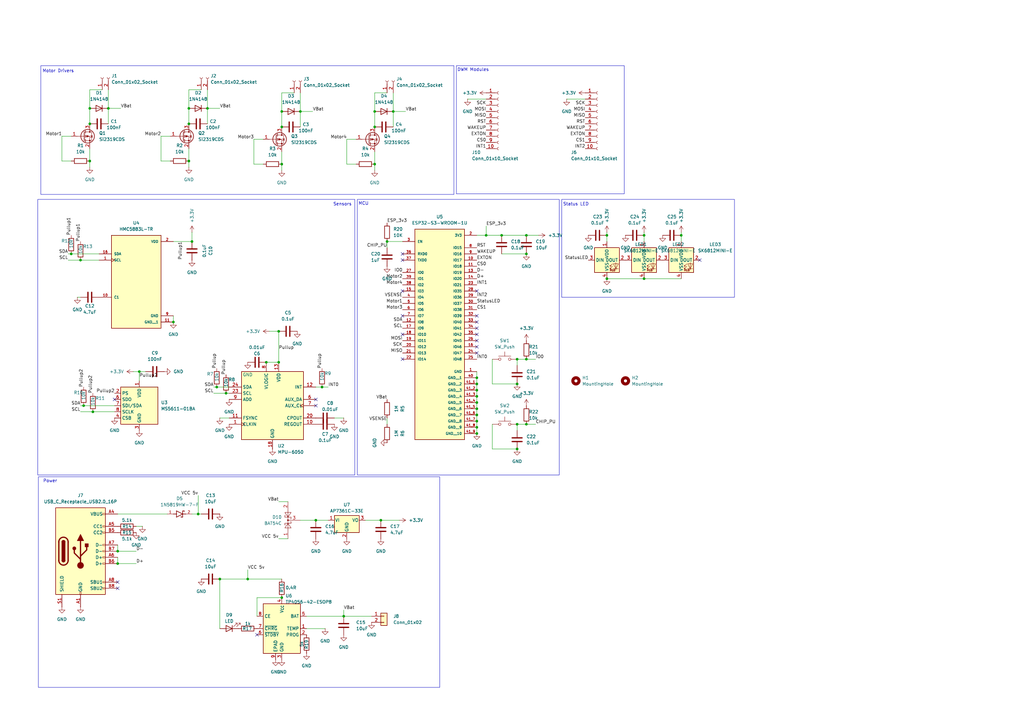
<source format=kicad_sch>
(kicad_sch (version 20250114) (generator "eeschema") (generator_version "9.0")
  (paper "A3")
  (lib_symbols
    (symbol "Battery_Management:TP4056-42-ESOP8"
      (property "Reference" "U" (at -6.604 11.684 0))
      (property "Value" "TP4056-42-ESOP8" (at 10.16 11.684 0))
      (symbol "TP4056-42-ESOP8_1_0"
        (pin input line (at -10.16 5.08 0) (length 2.54) (name "CE") (number "8"))
        (pin open_collector line (at -10.16 0 0) (length 2.54) (name "~{CHRG}") (number "7"))
        (pin open_collector line (at -10.16 -2.54 0) (length 2.54) (name "~{STDBY}") (number "6"))
        (pin passive line (at -2.54 -12.7 90) (length 2.54) (name "EPAD") (number "9"))
        (pin power_in line (at 0 12.7 270) (length 2.54) (name "V_{CC}") (number "4"))
        (pin power_in line (at 0 -12.7 90) (length 2.54) (name "GND") (number "3"))
        (pin power_out line (at 10.16 5.08 180) (length 2.54) (name "BAT") (number "5"))
        (pin input line (at 10.16 0 180) (length 2.54) (name "TEMP") (number "1"))
        (pin passive line (at 10.16 -2.54 180) (length 2.54) (name "PROG") (number "2"))
      )
    )
    (symbol "Connector:Conn_01x02_Socket" (pin_names (offset 1.016) (hide yes))
      (property "Reference" "J" (at 0 2.54 0))
      (property "Value" "Conn_01x02_Socket" (at 0 -5.08 0))
      (symbol "Conn_01x02_Socket_1_1"
        (pin passive line (at -5.08 0 0) (length 3.81) (name "Pin_1") (number "1"))
        (pin passive line (at -5.08 -2.54 0) (length 3.81) (name "Pin_2") (number "2"))
      )
    )
    (symbol "Connector:Conn_01x10_Socket" (pin_names (offset 1.016) (hide yes))
      (property "Reference" "J" (at 0 12.7 0))
      (property "Value" "Conn_01x10_Socket" (at 0 -15.24 0))
      (symbol "Conn_01x10_Socket_1_1"
        (pin passive line (at -5.08 10.16 0) (length 3.81) (name "Pin_1") (number "1"))
        (pin passive line (at -5.08 7.62 0) (length 3.81) (name "Pin_2") (number "2"))
        (pin passive line (at -5.08 5.08 0) (length 3.81) (name "Pin_3") (number "3"))
        (pin passive line (at -5.08 2.54 0) (length 3.81) (name "Pin_4") (number "4"))
        (pin passive line (at -5.08 0 0) (length 3.81) (name "Pin_5") (number "5"))
        (pin passive line (at -5.08 -2.54 0) (length 3.81) (name "Pin_6") (number "6"))
        (pin passive line (at -5.08 -5.08 0) (length 3.81) (name "Pin_7") (number "7"))
        (pin passive line (at -5.08 -7.62 0) (length 3.81) (name "Pin_8") (number "8"))
        (pin passive line (at -5.08 -10.16 0) (length 3.81) (name "Pin_9") (number "9"))
        (pin passive line (at -5.08 -12.7 0) (length 3.81) (name "Pin_10") (number "10"))
      )
    )
    (symbol "Connector:USB_C_Receptacle_USB2.0_16P" (pin_names (offset 1.016))
      (property "Reference" "J" (at 0 22.225 0))
      (property "Value" "USB_C_Receptacle_USB2.0_16P" (at 0 19.685 0))
      (symbol "USB_C_Receptacle_USB2.0_16P_1_1"
        (pin passive line (at -7.62 -22.86 90) (length 5.08) (name "SHIELD") (number "S1"))
        (pin passive line (at 0 -22.86 90) (length 5.08) (name "GND") (number "A1"))
        (pin passive line (at 0 -22.86 90) (length 5.08) (hide yes) (name "GND") (number "A12"))
        (pin passive line (at 0 -22.86 90) (length 5.08) (hide yes) (name "GND") (number "B1"))
        (pin passive line (at 0 -22.86 90) (length 5.08) (hide yes) (name "GND") (number "B12"))
        (pin passive line (at 15.24 15.24 180) (length 5.08) (name "VBUS") (number "A4"))
        (pin passive line (at 15.24 15.24 180) (length 5.08) (hide yes) (name "VBUS") (number "A9"))
        (pin passive line (at 15.24 15.24 180) (length 5.08) (hide yes) (name "VBUS") (number "B4"))
        (pin passive line (at 15.24 15.24 180) (length 5.08) (hide yes) (name "VBUS") (number "B9"))
        (pin bidirectional line (at 15.24 10.16 180) (length 5.08) (name "CC1") (number "A5"))
        (pin bidirectional line (at 15.24 7.62 180) (length 5.08) (name "CC2") (number "B5"))
        (pin bidirectional line (at 15.24 2.54 180) (length 5.08) (name "D-") (number "A7"))
        (pin bidirectional line (at 15.24 0 180) (length 5.08) (name "D-") (number "B7"))
        (pin bidirectional line (at 15.24 -2.54 180) (length 5.08) (name "D+") (number "A6"))
        (pin bidirectional line (at 15.24 -5.08 180) (length 5.08) (name "D+") (number "B6"))
        (pin bidirectional line (at 15.24 -12.7 180) (length 5.08) (name "SBU1") (number "A8"))
        (pin bidirectional line (at 15.24 -15.24 180) (length 5.08) (name "SBU2") (number "B8"))
      )
    )
    (symbol "Connector_Generic:Conn_01x02" (pin_names (offset 1.016) (hide yes))
      (property "Reference" "J" (at 0 2.54 0))
      (property "Value" "Conn_01x02" (at 0 -5.08 0))
      (symbol "Conn_01x02_1_1"
        (pin passive line (at -5.08 0 0) (length 3.81) (name "Pin_1") (number "1"))
        (pin passive line (at -5.08 -2.54 0) (length 3.81) (name "Pin_2") (number "2"))
      )
    )
    (symbol "DSiode:1N5819HW-7-F" (pin_names (offset 1.016))
      (property "Reference" "D" (at -5.08 2.54 0))
      (property "Value" "1N5819HW-7-F" (at -5.08 -3.81 0))
      (symbol "1N5819HW-7-F_1_0"
        (pin passive line (at -5.08 0 0) (length 2.54) (name "~") (number "1"))
        (pin passive line (at 5.08 0 180) (length 2.54) (name "~") (number "2"))
      )
    )
    (symbol "Device:C" (pin_numbers (hide yes)) (pin_names (offset 0.254))
      (property "Reference" "C" (at 0.635 2.54 0))
      (property "Value" "C" (at 0.635 -2.54 0))
      (symbol "C_1_1"
        (pin passive line (at 0 3.81 270) (length 2.794) (name "~") (number "1"))
        (pin passive line (at 0 -3.81 90) (length 2.794) (name "~") (number "2"))
      )
    )
    (symbol "Device:LED" (pin_numbers (hide yes)) (pin_names (offset 1.016) (hide yes))
      (property "Reference" "D" (at 0 2.54 0))
      (property "Value" "LED" (at 0 -2.54 0))
      (symbol "LED_1_1"
        (pin passive line (at -3.81 0 0) (length 2.54) (name "K") (number "1"))
        (pin passive line (at 3.81 0 180) (length 2.54) (name "A") (number "2"))
      )
    )
    (symbol "Device:R" (pin_numbers (hide yes)) (pin_names (offset 0))
      (property "Reference" "R" (at 2.032 0 90))
      (property "Value" "R" (at 0 0 90))
      (symbol "R_1_1"
        (pin passive line (at 0 3.81 270) (length 1.27) (name "~") (number "1"))
        (pin passive line (at 0 -3.81 90) (length 1.27) (name "~") (number "2"))
      )
    )
    (symbol "Diode:1N4148" (pin_numbers (hide yes)) (pin_names (hide yes))
      (property "Reference" "D" (at 0 2.54 0))
      (property "Value" "1N4148" (at 0 -2.54 0))
      (symbol "1N4148_1_1"
        (pin passive line (at -3.81 0 0) (length 2.54) (name "K") (number "1"))
        (pin passive line (at 3.81 0 180) (length 2.54) (name "A") (number "2"))
      )
    )
    (symbol "Diode:BAT54C" (pin_names (offset 1.016))
      (property "Reference" "D" (at 0.635 -3.81 0))
      (property "Value" "BAT54C" (at -6.35 3.175 0))
      (symbol "BAT54C_1_1"
        (pin passive line (at -7.62 0 0) (length 3.81) (name "~") (number "1"))
        (pin passive line (at 0 -5.08 90) (length 5.08) (name "~") (number "3"))
        (pin passive line (at 7.62 0 180) (length 3.81) (name "~") (number "2"))
      )
    )
    (symbol "ESP32 Wroom 1u:ESP32-S3-WROOM-1U" (pin_names (offset 1.016))
      (property "Reference" "U" (at -10.16 31.369 0))
      (property "Value" "ESP32-S3-WROOM-1U" (at -10.16 -58.42 0))
      (symbol "ESP32-S3-WROOM-1U_0_0"
        (pin input line (at -15.24 25.4 0) (length 5.08) (name "EN") (number "3"))
        (pin bidirectional line (at -15.24 20.32 0) (length 5.08) (name "RXD0") (number "36"))
        (pin bidirectional line (at -15.24 17.78 0) (length 5.08) (name "TXD0") (number "37"))
        (pin bidirectional line (at -15.24 12.7 0) (length 5.08) (name "IO0") (number "27"))
        (pin bidirectional line (at -15.24 10.16 0) (length 5.08) (name "IO1") (number "39"))
        (pin bidirectional line (at -15.24 7.62 0) (length 5.08) (name "IO2") (number "38"))
        (pin bidirectional line (at -15.24 5.08 0) (length 5.08) (name "IO3") (number "15"))
        (pin bidirectional line (at -15.24 2.54 0) (length 5.08) (name "IO4") (number "4"))
        (pin bidirectional line (at -15.24 0 0) (length 5.08) (name "IO5") (number "5"))
        (pin bidirectional line (at -15.24 -2.54 0) (length 5.08) (name "IO6") (number "6"))
        (pin bidirectional line (at -15.24 -5.08 0) (length 5.08) (name "IO7") (number "7"))
        (pin bidirectional line (at -15.24 -7.62 0) (length 5.08) (name "IO8") (number "12"))
        (pin bidirectional line (at -15.24 -10.16 0) (length 5.08) (name "IO9") (number "17"))
        (pin bidirectional line (at -15.24 -12.7 0) (length 5.08) (name "IO10") (number "18"))
        (pin bidirectional line (at -15.24 -15.24 0) (length 5.08) (name "IO11") (number "19"))
        (pin bidirectional line (at -15.24 -17.78 0) (length 5.08) (name "IO12") (number "20"))
        (pin bidirectional line (at -15.24 -20.32 0) (length 5.08) (name "IO13") (number "21"))
        (pin bidirectional line (at -15.24 -22.86 0) (length 5.08) (name "IO14") (number "22"))
        (pin power_in line (at 15.24 27.94 180) (length 5.08) (name "3V3") (number "2"))
        (pin bidirectional line (at 15.24 22.86 180) (length 5.08) (name "IO15") (number "8"))
        (pin bidirectional line (at 15.24 20.32 180) (length 5.08) (name "IO16") (number "9"))
        (pin bidirectional line (at 15.24 17.78 180) (length 5.08) (name "IO17") (number "10"))
        (pin bidirectional line (at 15.24 15.24 180) (length 5.08) (name "IO18") (number "11"))
        (pin bidirectional line (at 15.24 12.7 180) (length 5.08) (name "IO19") (number "13"))
        (pin bidirectional line (at 15.24 10.16 180) (length 5.08) (name "IO20") (number "14"))
        (pin bidirectional line (at 15.24 7.62 180) (length 5.08) (name "IO21") (number "23"))
        (pin bidirectional line (at 15.24 5.08 180) (length 5.08) (name "IO35") (number "28"))
        (pin bidirectional line (at 15.24 2.54 180) (length 5.08) (name "IO36") (number "29"))
        (pin bidirectional line (at 15.24 0 180) (length 5.08) (name "IO37") (number "30"))
        (pin bidirectional line (at 15.24 -2.54 180) (length 5.08) (name "IO38") (number "31"))
        (pin bidirectional line (at 15.24 -5.08 180) (length 5.08) (name "IO39") (number "32"))
        (pin bidirectional line (at 15.24 -7.62 180) (length 5.08) (name "IO40") (number "33"))
        (pin bidirectional line (at 15.24 -10.16 180) (length 5.08) (name "IO41") (number "34"))
        (pin bidirectional line (at 15.24 -12.7 180) (length 5.08) (name "IO42") (number "35"))
        (pin bidirectional line (at 15.24 -15.24 180) (length 5.08) (name "IO45") (number "26"))
        (pin bidirectional line (at 15.24 -17.78 180) (length 5.08) (name "IO46") (number "16"))
        (pin bidirectional line (at 15.24 -20.32 180) (length 5.08) (name "IO47") (number "24"))
        (pin bidirectional line (at 15.24 -22.86 180) (length 5.08) (name "IO48") (number "25"))
        (pin power_in line (at 15.24 -27.94 180) (length 5.08) (name "GND") (number "1"))
        (pin power_in line (at 15.24 -30.48 180) (length 5.08) (name "GND__1") (number "40"))
        (pin power_in line (at 15.24 -33.02 180) (length 5.08) (name "GND__2") (number "41_1"))
        (pin power_in line (at 15.24 -35.56 180) (length 5.08) (name "GND__3") (number "41_2"))
        (pin power_in line (at 15.24 -38.1 180) (length 5.08) (name "GND__4") (number "41_3"))
        (pin power_in line (at 15.24 -40.64 180) (length 5.08) (name "GND__5") (number "41_4"))
        (pin power_in line (at 15.24 -43.18 180) (length 5.08) (name "GND__6") (number "41_5"))
        (pin power_in line (at 15.24 -45.72 180) (length 5.08) (name "GND__7") (number "41_6"))
        (pin power_in line (at 15.24 -48.26 180) (length 5.08) (name "GND__8") (number "41_7"))
        (pin power_in line (at 15.24 -50.8 180) (length 5.08) (name "GND__9") (number "41_8"))
        (pin power_in line (at 15.24 -53.34 180) (length 5.08) (name "GND__10") (number "41_9"))
      )
    )
    (symbol "HMC5883:HMC5883L-TR" (pin_names (offset 1.016))
      (property "Reference" "U" (at -10.16 19.05 0))
      (property "Value" "HMC5883L-TR" (at -10.16 -22.86 0))
      (symbol "HMC5883L-TR_0_0"
        (pin input line (at -15.24 10.16 0) (length 5.08) (name "SDA") (number "16"))
        (pin input clock (at -15.24 7.62 0) (length 5.08) (name "SCL") (number "1"))
        (pin bidirectional line (at -15.24 -7.62 0) (length 5.08) (name "C1") (number "10"))
        (pin power_in line (at 15.24 15.24 180) (length 5.08) (name "VDD") (number "2"))
        (pin power_in line (at 15.24 -15.24 180) (length 5.08) (name "GND") (number "9"))
        (pin power_in line (at 15.24 -17.78 180) (length 5.08) (name "GND__1") (number "11"))
      )
    )
    (symbol "Mechanical:MountingHole" (pin_names (offset 1.016)) (in_bom no)
      (property "Reference" "H" (at 0 5.08 0))
      (property "Value" "MountingHole" (at 0 3.175 0))
    )
    (symbol "PCM_marbastlib-various:SK6812MINI-E"
      (property "Reference" "LED" (at 2.54 6.35 0))
      (property "Value" "SK6812MINI-E" (at 7.62 -6.35 0))
      (symbol "SK6812MINI-E_0_0"
        (text "RGB" (at 2.286 -4.191 0) (effects (font (size 0.762 0.762))))
      )
      (symbol "SK6812MINI-E_1_1"
        (pin input line (at -7.62 0 0) (length 2.54) (name "DIN") (number "3"))
        (pin power_in line (at 0 7.62 270) (length 2.54) (name "VDD") (number "1"))
        (pin power_in line (at 0 -7.62 90) (length 2.54) (name "VSS") (number "4"))
        (pin output line (at 7.62 0 180) (length 2.54) (name "DOUT") (number "2"))
      )
    )
    (symbol "Regulator_Linear:AP7361C-33E" (pin_names (offset 0.254))
      (property "Reference" "U" (at -3.81 3.175 0))
      (property "Value" "AP7361C-33E" (at 0 3.175 0))
      (symbol "AP7361C-33E_1_1"
        (pin power_in line (at -7.62 0 0) (length 2.54) (name "VI") (number "1"))
        (pin power_in line (at 0 -7.62 90) (length 2.54) (name "GND") (number "2"))
        (pin power_out line (at 7.62 0 180) (length 2.54) (name "VO") (number "3"))
      )
    )
    (symbol "Sensor_Motion:MPU-6050"
      (property "Reference" "U" (at -11.43 13.97 0))
      (property "Value" "MPU-6050" (at 7.62 -15.24 0))
      (symbol "MPU-6050_1_1"
        (pin bidirectional line (at -17.78 7.62 0) (length 5.08) (name "SDA") (number "24"))
        (pin input line (at -17.78 5.08 0) (length 5.08) (name "SCL") (number "23"))
        (pin input line (at -17.78 2.54 0) (length 5.08) (name "AD0") (number "9"))
        (pin input line (at -17.78 -5.08 0) (length 5.08) (name "FSYNC") (number "11"))
        (pin input clock (at -17.78 -7.62 0) (length 5.08) (name "CLKIN") (number "1"))
        (pin no_connect line (at -12.7 12.7 0) (length 2.54) (hide yes) (name "NC") (number "2"))
        (pin no_connect line (at -12.7 10.16 0) (length 2.54) (hide yes) (name "NC") (number "3"))
        (pin no_connect line (at -12.7 0 0) (length 2.54) (hide yes) (name "NC") (number "4"))
        (pin no_connect line (at -12.7 -2.54 0) (length 2.54) (hide yes) (name "NC") (number "5"))
        (pin no_connect line (at -12.7 -10.16 0) (length 2.54) (hide yes) (name "NC") (number "14"))
        (pin power_in line (at -2.54 17.78 270) (length 3.81) (name "VLOGIC") (number "8"))
        (pin power_in line (at 0 -17.78 90) (length 3.81) (name "GND") (number "18"))
        (pin power_in line (at 2.54 17.78 270) (length 3.81) (name "VDD") (number "13"))
        (pin no_connect line (at 12.7 12.7 180) (length 2.54) (hide yes) (name "NC") (number "15"))
        (pin no_connect line (at 12.7 10.16 180) (length 2.54) (hide yes) (name "NC") (number "16"))
        (pin no_connect line (at 12.7 5.08 180) (length 2.54) (hide yes) (name "NC") (number "17"))
        (pin no_connect line (at 12.7 -2.54 180) (length 2.54) (hide yes) (name "RESV") (number "21"))
        (pin no_connect line (at 12.7 -10.16 180) (length 2.54) (hide yes) (name "RESV") (number "19"))
        (pin no_connect line (at 12.7 -12.7 180) (length 2.54) (hide yes) (name "RESV") (number "22"))
        (pin output line (at 17.78 7.62 180) (length 5.08) (name "INT") (number "12"))
        (pin bidirectional line (at 17.78 2.54 180) (length 5.08) (name "AUX_DA") (number "6"))
        (pin output clock (at 17.78 0 180) (length 5.08) (name "AUX_CL") (number "7"))
        (pin passive line (at 17.78 -5.08 180) (length 5.08) (name "CPOUT") (number "20"))
        (pin passive line (at 17.78 -7.62 180) (length 5.08) (name "REGOUT") (number "10"))
      )
    )
    (symbol "Sensor_Pressure:MS5611-01BA"
      (property "Reference" "U" (at -6.35 8.89 0))
      (property "Value" "MS5611-01BA" (at 7.62 8.89 0))
      (symbol "MS5611-01BA_1_1"
        (pin input line (at -10.16 5.08 0) (length 2.54) (name "PS") (number "2"))
        (pin output line (at -10.16 2.54 0) (length 2.54) (name "SDO") (number "6"))
        (pin bidirectional line (at -10.16 0 0) (length 2.54) (name "SDI/SDA") (number "7"))
        (pin input line (at -10.16 -2.54 0) (length 2.54) (name "SCLK") (number "8"))
        (pin input line (at -10.16 -5.08 0) (length 2.54) (name "CSB") (number "4"))
        (pin input line (at -10.16 -5.08 0) (length 2.54) (hide yes) (name "CSB") (number "5"))
        (pin power_in line (at 0 10.16 270) (length 2.54) (name "VDD") (number "1"))
        (pin power_in line (at 0 -10.16 90) (length 2.54) (name "GND") (number "3"))
      )
    )
    (symbol "Switch:SW_Push" (pin_numbers (hide yes)) (pin_names (offset 1.016) (hide yes))
      (property "Reference" "SW" (at 1.27 2.54 0))
      (property "Value" "SW_Push" (at 0 -1.524 0))
      (symbol "SW_Push_0_1"
        (pin passive line (at -5.08 0 0) (length 2.54) (name "1") (number "1"))
        (pin passive line (at 5.08 0 180) (length 2.54) (name "2") (number "2"))
      )
    )
    (symbol "Transistor_FET:Si2319CDS" (pin_names (hide yes))
      (property "Reference" "Q" (at 5.08 1.905 0))
      (property "Value" "Si2319CDS" (at 5.08 0 0))
      (symbol "Si2319CDS_1_1"
        (pin input line (at -5.08 0 0) (length 2.54) (name "G") (number "1"))
        (pin passive line (at 2.54 5.08 270) (length 2.54) (name "D") (number "3"))
        (pin passive line (at 2.54 -5.08 90) (length 2.54) (name "S") (number "2"))
      )
    )
    (symbol "power:+3.3V" (power) (pin_numbers (hide yes)) (pin_names (offset 0) (hide yes))
      (property "Value" "+3.3V" (at 0 3.556 0))
      (symbol "+3.3V_1_1"
        (pin power_in line (at 0 0 90) (length 0) (name "~") (number "1"))
      )
    )
    (symbol "power:GND" (power) (pin_numbers (hide yes)) (pin_names (offset 0) (hide yes))
      (property "Value" "GND" (at 0 -3.81 0))
      (symbol "GND_1_1"
        (pin power_in line (at 0 0 270) (length 0) (name "~") (number "1"))
      )
    )
  )
  (rectangle (start 15.748 195.58) (end 180.34 281.94))
  (rectangle (start 16.764 26.924) (end 186.182 79.756))
  (rectangle (start 15.494 81.788) (end 145.542 194.818))
  (rectangle (start 187.198 26.924) (end 256.032 79.502))
  (rectangle (start 230.378 81.788) (end 301.244 121.92))
  (rectangle (start 146.558 81.788) (end 229.362 194.818))
  (text "Status LED\n" (at 236.22 83.82 0) (effects (font (size 1.27 1.27))))
  (text "MCU" (at 149.098 83.566 0) (effects (font (size 1.27 1.27))))
  (text "Motor Drivers\n" (at 23.876 29.21 0) (effects (font (size 1.27 1.27))))
  (text "DWM Modules\n\n" (at 194.056 29.718 0) (effects (font (size 1.27 1.27))))
  (text "Power" (at 20.574 197.358 0) (effects (font (size 1.27 1.27))))
  (text "Sensors" (at 140.462 83.82 0) (effects (font (size 1.27 1.27))))
  (junction (at 195.58 157.48))
  (junction (at 158.75 99.06))
  (junction (at 34.29 166.37))
  (junction (at 29.21 104.14))
  (junction (at 36.83 44.45))
  (junction (at 195.58 177.8))
  (junction (at 248.92 96.52))
  (junction (at 205.74 96.52))
  (junction (at 48.26 231.14))
  (junction (at 153.67 45.72))
  (junction (at 215.9 173.99))
  (junction (at 38.1 168.91))
  (junction (at 195.58 160.02))
  (junction (at 153.67 67.31))
  (junction (at 195.58 162.56))
  (junction (at 215.9 104.14))
  (junction (at 199.39 96.52))
  (junction (at 77.47 44.45))
  (junction (at 153.67 52.07))
  (junction (at 71.12 132.08))
  (junction (at 215.9 147.32))
  (junction (at 195.58 170.18))
  (junction (at 57.15 152.4))
  (junction (at 114.3 135.89))
  (junction (at 81.28 210.82))
  (junction (at 264.16 114.3))
  (junction (at 77.47 50.8))
  (junction (at 132.08 158.75))
  (junction (at 264.16 96.52))
  (junction (at 115.57 52.07))
  (junction (at 195.58 172.72))
  (junction (at 195.58 175.26))
  (junction (at 195.58 154.94))
  (junction (at 129.54 213.36))
  (junction (at 195.58 167.64))
  (junction (at 123.19 45.72))
  (junction (at 212.09 147.32))
  (junction (at 36.83 50.8))
  (junction (at 77.47 66.04))
  (junction (at 161.29 45.72))
  (junction (at 88.9 158.75))
  (junction (at 156.21 213.36))
  (junction (at 212.09 184.15))
  (junction (at 114.3 148.59))
  (junction (at 215.9 96.52))
  (junction (at 212.09 157.48))
  (junction (at 36.83 66.04))
  (junction (at 44.45 44.45))
  (junction (at 90.17 237.49))
  (junction (at 212.09 173.99))
  (junction (at 195.58 165.1))
  (junction (at 33.02 106.68))
  (junction (at 248.92 114.3))
  (junction (at 140.97 252.73))
  (junction (at 101.6 237.49))
  (junction (at 92.71 161.29))
  (junction (at 109.22 148.59))
  (junction (at 115.57 45.72))
  (junction (at 85.09 44.45))
  (junction (at 78.74 99.06))
  (junction (at 48.26 226.06))
  (junction (at 115.57 245.11))
  (junction (at 115.57 67.31))
  (junction (at 279.4 96.52))
  (no_connect (at 195.58 137.16))
  (no_connect (at 48.26 238.76))
  (no_connect (at 165.1 129.54))
  (no_connect (at 105.41 260.35))
  (no_connect (at 129.54 166.37))
  (no_connect (at 165.1 106.68))
  (no_connect (at 195.58 132.08))
  (no_connect (at 195.58 144.78))
  (no_connect (at 195.58 142.24))
  (no_connect (at 287.02 106.68))
  (no_connect (at 195.58 139.7))
  (no_connect (at 195.58 119.38))
  (no_connect (at 129.54 163.83))
  (no_connect (at 48.26 241.3))
  (no_connect (at 195.58 129.54))
  (no_connect (at 165.1 147.32))
  (no_connect (at 195.58 134.62))
  (no_connect (at 46.99 163.83))
  (no_connect (at 165.1 137.16))
  (no_connect (at 165.1 104.14))
  (no_connect (at 165.1 119.38))
  (wire (pts (xy 212.09 149.86) (xy 212.09 147.32)))
  (wire (pts (xy 191.77 40.64) (xy 199.39 40.64)))
  (wire (pts (xy 153.67 67.31) (xy 153.67 69.85)))
  (wire (pts (xy 115.57 245.11) (xy 105.41 245.11)))
  (wire (pts (xy 195.58 152.4) (xy 195.58 154.94)))
  (wire (pts (xy 78.74 210.82) (xy 81.28 210.82)))
  (wire (pts (xy 71.12 129.54) (xy 71.12 132.08)))
  (wire (pts (xy 57.15 152.4) (xy 57.15 156.21)))
  (wire (pts (xy 153.67 45.72) (xy 153.67 52.07)))
  (wire (pts (xy 199.39 92.71) (xy 199.39 96.52)))
  (wire (pts (xy 87.63 161.29) (xy 92.71 161.29)))
  (wire (pts (xy 142.24 57.15) (xy 146.05 57.15)))
  (wire (pts (xy 25.4 55.88) (xy 29.21 55.88)))
  (wire (pts (xy 125.73 252.73) (xy 140.97 252.73)))
  (wire (pts (xy 90.17 171.45) (xy 93.98 171.45)))
  (wire (pts (xy 195.58 167.64) (xy 195.58 170.18)))
  (wire (pts (xy 77.47 36.83) (xy 77.47 44.45)))
  (wire (pts (xy 212.09 147.32) (xy 215.9 147.32)))
  (wire (pts (xy 48.26 226.06) (xy 55.88 226.06)))
  (wire (pts (xy 158.75 99.06) (xy 165.1 99.06)))
  (wire (pts (xy 153.67 38.1) (xy 153.67 45.72)))
  (wire (pts (xy 201.93 157.48) (xy 212.09 157.48)))
  (wire (pts (xy 33.02 168.91) (xy 38.1 168.91)))
  (wire (pts (xy 158.75 171.45) (xy 158.75 173.99)))
  (wire (pts (xy 110.49 135.89) (xy 114.3 135.89)))
  (wire (pts (xy 58.42 215.9) (xy 55.88 215.9)))
  (wire (pts (xy 115.57 62.23) (xy 115.57 67.31)))
  (wire (pts (xy 105.41 245.11) (xy 105.41 252.73)))
  (wire (pts (xy 36.83 36.83) (xy 36.83 44.45)))
  (wire (pts (xy 161.29 45.72) (xy 161.29 52.07)))
  (wire (pts (xy 36.83 44.45) (xy 36.83 50.8)))
  (wire (pts (xy 132.08 158.75) (xy 134.62 158.75)))
  (wire (pts (xy 31.75 121.92) (xy 33.02 121.92)))
  (wire (pts (xy 195.58 175.26) (xy 195.58 177.8)))
  (wire (pts (xy 123.19 45.72) (xy 123.19 52.07)))
  (wire (pts (xy 123.19 213.36) (xy 129.54 213.36)))
  (wire (pts (xy 104.14 57.15) (xy 107.95 57.15)))
  (wire (pts (xy 156.21 213.36) (xy 163.83 213.36)))
  (wire (pts (xy 36.83 60.96) (xy 36.83 66.04)))
  (wire (pts (xy 54.61 152.4) (xy 57.15 152.4)))
  (wire (pts (xy 48.26 231.14) (xy 55.88 231.14)))
  (wire (pts (xy 77.47 60.96) (xy 77.47 66.04)))
  (wire (pts (xy 158.75 38.1) (xy 153.67 38.1)))
  (wire (pts (xy 44.45 44.45) (xy 49.53 44.45)))
  (wire (pts (xy 34.29 166.37) (xy 46.99 166.37)))
  (wire (pts (xy 114.3 135.89) (xy 114.3 148.59)))
  (wire (pts (xy 149.86 213.36) (xy 156.21 213.36)))
  (wire (pts (xy 212.09 176.53) (xy 212.09 173.99)))
  (wire (pts (xy 142.24 67.31) (xy 142.24 57.15)))
  (wire (pts (xy 78.74 95.25) (xy 78.74 99.06)))
  (wire (pts (xy 201.93 147.32) (xy 201.93 157.48)))
  (wire (pts (xy 88.9 158.75) (xy 93.98 158.75)))
  (wire (pts (xy 205.74 96.52) (xy 215.9 96.52)))
  (wire (pts (xy 215.9 173.99) (xy 219.71 173.99)))
  (wire (pts (xy 85.09 44.45) (xy 85.09 50.8)))
  (wire (pts (xy 101.6 233.68) (xy 101.6 237.49)))
  (wire (pts (xy 71.12 99.06) (xy 78.74 99.06)))
  (wire (pts (xy 27.94 104.14) (xy 29.21 104.14)))
  (wire (pts (xy 195.58 172.72) (xy 195.58 175.26)))
  (wire (pts (xy 77.47 66.04) (xy 77.47 68.58)))
  (wire (pts (xy 57.15 152.4) (xy 59.69 152.4)))
  (wire (pts (xy 109.22 148.59) (xy 114.3 148.59)))
  (wire (pts (xy 38.1 168.91) (xy 46.99 168.91)))
  (wire (pts (xy 195.58 170.18) (xy 195.58 172.72)))
  (wire (pts (xy 81.28 210.82) (xy 82.55 210.82)))
  (wire (pts (xy 161.29 38.1) (xy 161.29 45.72)))
  (wire (pts (xy 77.47 44.45) (xy 77.47 50.8)))
  (wire (pts (xy 212.09 173.99) (xy 215.9 173.99)))
  (wire (pts (xy 114.3 220.98) (xy 118.11 220.98)))
  (wire (pts (xy 41.91 36.83) (xy 36.83 36.83)))
  (wire (pts (xy 92.71 161.29) (xy 93.98 161.29)))
  (wire (pts (xy 264.16 96.52) (xy 264.16 99.06)))
  (wire (pts (xy 215.9 147.32) (xy 219.71 147.32)))
  (wire (pts (xy 115.57 67.31) (xy 115.57 69.85)))
  (wire (pts (xy 87.63 158.75) (xy 88.9 158.75)))
  (wire (pts (xy 29.21 104.14) (xy 40.64 104.14)))
  (wire (pts (xy 107.95 67.31) (xy 104.14 67.31)))
  (wire (pts (xy 264.16 114.3) (xy 279.4 114.3)))
  (wire (pts (xy 123.19 38.1) (xy 123.19 45.72)))
  (wire (pts (xy 44.45 36.83) (xy 44.45 44.45)))
  (wire (pts (xy 140.97 252.73) (xy 152.4 252.73)))
  (wire (pts (xy 27.94 106.68) (xy 33.02 106.68)))
  (wire (pts (xy 129.54 213.36) (xy 134.62 213.36)))
  (wire (pts (xy 115.57 38.1) (xy 115.57 45.72)))
  (wire (pts (xy 232.41 40.64) (xy 240.03 40.64)))
  (wire (pts (xy 33.02 166.37) (xy 34.29 166.37)))
  (wire (pts (xy 48.26 228.6) (xy 48.26 231.14)))
  (wire (pts (xy 66.04 66.04) (xy 66.04 55.88)))
  (wire (pts (xy 69.85 66.04) (xy 66.04 66.04)))
  (wire (pts (xy 90.17 257.81) (xy 90.17 237.49)))
  (wire (pts (xy 123.19 45.72) (xy 128.27 45.72)))
  (wire (pts (xy 146.05 67.31) (xy 142.24 67.31)))
  (wire (pts (xy 195.58 160.02) (xy 195.58 162.56)))
  (wire (pts (xy 140.97 250.19) (xy 140.97 252.73)))
  (wire (pts (xy 29.21 66.04) (xy 25.4 66.04)))
  (wire (pts (xy 101.6 237.49) (xy 115.57 237.49)))
  (wire (pts (xy 48.26 210.82) (xy 68.58 210.82)))
  (wire (pts (xy 158.75 99.06) (xy 158.75 101.6)))
  (wire (pts (xy 161.29 45.72) (xy 166.37 45.72)))
  (wire (pts (xy 36.83 66.04) (xy 36.83 68.58)))
  (wire (pts (xy 120.65 38.1) (xy 115.57 38.1)))
  (wire (pts (xy 199.39 96.52) (xy 205.74 96.52)))
  (wire (pts (xy 279.4 96.52) (xy 279.4 99.06)))
  (wire (pts (xy 48.26 223.52) (xy 48.26 226.06)))
  (wire (pts (xy 140.97 171.45) (xy 137.16 171.45)))
  (wire (pts (xy 125.73 257.81) (xy 133.35 257.81)))
  (wire (pts (xy 81.28 203.2) (xy 81.28 210.82)))
  (wire (pts (xy 90.17 237.49) (xy 101.6 237.49)))
  (wire (pts (xy 85.09 36.83) (xy 85.09 44.45)))
  (wire (pts (xy 205.74 104.14) (xy 215.9 104.14)))
  (wire (pts (xy 33.02 106.68) (xy 40.64 106.68)))
  (wire (pts (xy 44.45 44.45) (xy 44.45 50.8)))
  (wire (pts (xy 104.14 67.31) (xy 104.14 57.15)))
  (wire (pts (xy 153.67 62.23) (xy 153.67 67.31)))
  (wire (pts (xy 82.55 36.83) (xy 77.47 36.83)))
  (wire (pts (xy 195.58 154.94) (xy 195.58 157.48)))
  (wire (pts (xy 195.58 96.52) (xy 199.39 96.52)))
  (wire (pts (xy 129.54 158.75) (xy 132.08 158.75)))
  (wire (pts (xy 195.58 162.56) (xy 195.58 165.1)))
  (wire (pts (xy 195.58 165.1) (xy 195.58 167.64)))
  (wire (pts (xy 248.92 114.3) (xy 264.16 114.3)))
  (wire (pts (xy 201.93 173.99) (xy 201.93 184.15)))
  (wire (pts (xy 66.04 55.88) (xy 69.85 55.88)))
  (wire (pts (xy 248.92 96.52) (xy 248.92 99.06)))
  (wire (pts (xy 114.3 205.74) (xy 118.11 205.74)))
  (wire (pts (xy 248.92 95.25) (xy 248.92 96.52)))
  (wire (pts (xy 25.4 66.04) (xy 25.4 55.88)))
  (wire (pts (xy 264.16 95.25) (xy 264.16 96.52)))
  (wire (pts (xy 85.09 44.45) (xy 90.17 44.45)))
  (wire (pts (xy 279.4 95.25) (xy 279.4 96.52)))
  (wire (pts (xy 201.93 184.15) (xy 212.09 184.15)))
  (wire (pts (xy 115.57 45.72) (xy 115.57 52.07)))
  (wire (pts (xy 215.9 96.52) (xy 220.98 96.52)))
  (wire (pts (xy 195.58 157.48) (xy 195.58 160.02)))
  (label "VBat" (at 90.17 44.45 0))
  (label "CS1" (at 195.58 127 0))
  (label "MISO" (at 165.1 144.78 180))
  (label "SCK" (at 165.1 142.24 180))
  (label "EXTON" (at 199.39 55.88 180))
  (label "Motor2" (at 165.1 114.3 180))
  (label "Pullup" (at 88.9 151.13 90))
  (label "MOSI" (at 165.1 139.7 180))
  (label "EXTON" (at 195.58 106.68 0))
  (label "SCL" (at 27.94 106.68 180))
  (label "D+" (at 55.88 231.14 0))
  (label "Pullup2" (at 38.1 161.29 90))
  (label "MOSI" (at 240.03 45.72 180))
  (label "Motor4" (at 165.1 116.84 180))
  (label "Motor1" (at 165.1 124.46 180))
  (label "VCC 5v" (at 101.6 233.68 0))
  (label "EXTON" (at 240.03 55.88 180))
  (label "IO0" (at 219.71 147.32 0))
  (label "CHIP_PU" (at 219.71 173.99 0))
  (label "INT2" (at 240.03 60.96 180))
  (label "VBat" (at 158.75 163.83 180))
  (label "Motor3" (at 104.14 57.15 180))
  (label "INT0" (at 134.62 158.75 0))
  (label "VBat" (at 49.53 44.45 0))
  (label "VBat" (at 140.97 250.19 0))
  (label "SCK" (at 199.39 43.18 180))
  (label "INT1" (at 199.39 60.96 180))
  (label "VBat" (at 114.3 205.74 180))
  (label "SCL" (at 87.63 161.29 180))
  (label "Pullup2" (at 34.29 158.75 90))
  (label "WAKEUP" (at 195.58 104.14 0))
  (label "SCL" (at 165.1 134.62 180))
  (label "VSENSE" (at 165.1 121.92 180))
  (label "INT0" (at 195.58 147.32 0))
  (label "Pullup1" (at 74.93 99.06 270))
  (label "SDA" (at 165.1 132.08 180))
  (label "Pullup1" (at 29.21 96.52 90))
  (label "RST" (at 199.39 50.8 180))
  (label "Motor1" (at 25.4 55.88 180))
  (label "StatusLED" (at 241.3 106.68 180))
  (label "D-" (at 55.88 226.06 0))
  (label "Pullup2" (at 57.15 154.94 0))
  (label "VBat" (at 128.27 45.72 0))
  (label "Pullup2" (at 46.99 161.29 180))
  (label "Motor4" (at 142.24 57.15 180))
  (label "CS0" (at 199.39 58.42 180))
  (label "SDA" (at 33.02 166.37 180))
  (label "Pullup" (at 92.71 153.67 90))
  (label "IO0" (at 165.1 111.76 180))
  (label "CS1" (at 240.03 58.42 180))
  (label "VCC 5v" (at 114.3 220.98 180))
  (label "SDA" (at 87.63 158.75 180))
  (label "MOSI" (at 199.39 45.72 180))
  (label "ESP_3v3" (at 158.75 91.44 0))
  (label "SDA" (at 27.94 104.14 180))
  (label "WAKEUP" (at 199.39 53.34 180))
  (label "INT2" (at 195.58 121.92 0))
  (label "CS0" (at 195.58 109.22 0))
  (label "VCC 5v" (at 81.28 203.2 180))
  (label "Pullup" (at 132.08 151.13 90))
  (label "StatusLED" (at 195.58 124.46 0))
  (label "MISO" (at 199.39 48.26 180))
  (label "CHIP_PU" (at 158.75 101.6 180))
  (label "VSENSE" (at 158.75 172.72 180))
  (label "D+" (at 195.58 114.3 0))
  (label "Motor3" (at 165.1 127 180))
  (label "Pullup1" (at 33.02 99.06 90))
  (label "RST" (at 195.58 101.6 0))
  (label "ESP_3v3" (at 199.39 92.71 0))
  (label "SCK" (at 240.03 43.18 180))
  (label "Pullup" (at 114.3 143.51 0))
  (label "INT1" (at 195.58 116.84 0))
  (label "D-" (at 195.58 111.76 0))
  (label "MISO" (at 240.03 48.26 180))
  (label "Motor2" (at 66.04 55.88 180))
  (label "SCL" (at 33.02 168.91 180))
  (label "RST" (at 240.03 50.8 180))
  (label "WAKEUP" (at 240.03 53.34 180))
  (label "VBat" (at 166.37 45.72 0))
  (symbol (lib_id "Diode:1N4148") (at 81.28 44.45 180) (unit 1)
    (property "Reference" "D2" (at 81.28 38.1 0))
    (property "Value" "1N4148" (at 81.28 40.64 0))
    (property "Footprint" "Diode_SMD:D_SOD-123" (effects (hide yes)))
    (property "Datasheet" "https://assets.nexperia.com/documents/data-sheet/1N4148_1N4448.pdf" (effects (hide yes)))
    (property "Description" "100V 0.15A standard switching diode, DO-35" (effects (hide yes)))
    (property "Sim.Device" "D" (effects (hide yes)))
    (property "Sim.Pins" "1=K 2=A" (effects (hide yes)))
  )
  (symbol (lib_id "Diode:1N4148") (at 119.38 45.72 180) (unit 1)
    (property "Reference" "D3" (at 119.38 39.37 0))
    (property "Value" "1N4148" (at 119.38 41.91 0))
    (property "Footprint" "Diode_SMD:D_SOD-123" (effects (hide yes)))
    (property "Datasheet" "https://assets.nexperia.com/documents/data-sheet/1N4148_1N4448.pdf" (effects (hide yes)))
    (property "Description" "100V 0.15A standard switching diode, DO-35" (effects (hide yes)))
    (property "Sim.Device" "D" (effects (hide yes)))
    (property "Sim.Pins" "1=K 2=A" (effects (hide yes)))
  )
  (symbol (lib_id "power:GND") (at 158.75 181.61 270) (unit 1)
    (property "Reference" "#PWR05" (effects (hide yes)))
    (property "Value" "GND" (at 153.67 181.61 0))
    (property "Description" "Power symbol creates a global label with name \"GND\" , ground" (effects (hide yes)))
  )
  (symbol (lib_id "power:GND") (at 71.12 132.08 0) (unit 1)
    (property "Reference" "#PWR023" (effects (hide yes)))
    (property "Value" "GND" (at 71.12 137.16 0))
    (property "Description" "Power symbol creates a global label with name \"GND\" , ground" (effects (hide yes)))
  )
  (symbol (lib_id "power:GND") (at 55.88 218.44 0) (unit 1)
    (property "Reference" "#PWR035" (effects (hide yes)))
    (property "Value" "GND" (at 55.88 223.52 0))
    (property "Description" "Power symbol creates a global label with name \"GND\" , ground" (effects (hide yes)))
  )
  (symbol (lib_id "power:+3.3V") (at 279.4 95.25 0) (unit 1)
    (property "Reference" "#PWR060" (effects (hide yes)))
    (property "Value" "+3.3V" (at 279.4001 91.44 90) (effects (justify left)))
    (property "Description" "Power symbol creates a global label with name \"+3.3V\"" (effects (hide yes)))
  )
  (symbol (lib_id "DSiode:1N5819HW-7-F") (at 73.66 210.82 0) (unit 1)
    (property "Reference" "D5" (at 73.66 204.47 0))
    (property "Value" "1N5819HW-7-F" (at 73.66 207.01 0))
    (property "Footprint" "Diode_SMD:D_SOD-123" (effects (hide yes)))
    (property "MF" "Diodes Inc." (effects (hide yes)))
    (property "Description_1" "Diode Schottky 1A 40V SOD123 | Diodes Inc 1N5819HW-7-F" (effects (hide yes)))
    (property "Package" "SOD-123 Fairchild Semiconductor" (effects (hide yes)))
    (property "Price" "None" (effects (hide yes)))
    (property "Check_prices" "https://www.snapeda.com/parts/1N5819HW-7-F/Diodes+Inc./view-part/?ref=eda" (effects (hide yes)))
    (property "STANDARD" "IPC-7351B" (effects (hide yes)))
    (property "PARTREV" "18-2" (effects (hide yes)))
    (property "SnapEDA_Link" "https://www.snapeda.com/parts/1N5819HW-7-F/Diodes+Inc./view-part/?ref=snap" (effects (hide yes)))
    (property "MP" "1N5819HW-7-F" (effects (hide yes)))
    (property "Availability" "In Stock" (effects (hide yes)))
    (property "MANUFACTURER" "Diodes Inc." (effects (hide yes)))
  )
  (symbol (lib_id "power:GND") (at 140.97 171.45 0) (unit 1)
    (property "Reference" "#PWR011" (effects (hide yes)))
    (property "Value" "GND" (at 140.97 176.53 0))
    (property "Description" "Power symbol creates a global label with name \"GND\" , ground" (effects (hide yes)))
  )
  (symbol (lib_id "power:GND") (at 36.83 68.58 0) (unit 1)
    (property "Reference" "#PWR01" (effects (hide yes)))
    (property "Value" "GND" (at 36.83 73.66 0))
    (property "Description" "Power symbol creates a global label with name \"GND\" , ground" (effects (hide yes)))
  )
  (symbol (lib_id "power:GND") (at 46.99 171.45 0) (unit 1)
    (property "Reference" "#PWR020" (effects (hide yes)))
    (property "Value" "GND" (at 46.99 176.53 0))
    (property "Description" "Power symbol creates a global label with name \"GND\" , ground" (effects (hide yes)))
  )
  (symbol (lib_id "PCM_marbastlib-various:SK6812MINI-E") (at 264.16 106.68 0) (unit 1)
    (property "Reference" "LED2" (at 278.13 100.2598 0))
    (property "Value" "SK6812MINI-E" (at 278.13 102.7998 0))
    (property "Footprint" "PCM_marbastlib-various:LED_6028R" (effects (hide yes)))
    (property "Description" "Reverse mount adressable LED (WS2812 protocol)" (effects (hide yes)))
  )
  (symbol (lib_id "power:GND") (at 215.9 104.14 0) (unit 1)
    (property "Reference" "#PWR051" (effects (hide yes)))
    (property "Value" "GND" (at 215.9 109.22 0))
    (property "Description" "Power symbol creates a global label with name \"GND\" , ground" (effects (hide yes)))
  )
  (symbol (lib_id "Device:R") (at 52.07 215.9 90) (unit 1)
    (property "Reference" "R14" (at 52.07 215.9 90))
    (property "Value" "5.1k" (at 52.07 213.36 90))
    (property "Footprint" "Resistor_SMD:R_0603_1608Metric" (effects (hide yes)))
    (property "Description" "Resistor" (effects (hide yes)))
  )
  (symbol (lib_id "Device:C") (at 260.35 96.52 90) (unit 1)
    (property "Reference" "C24" (at 260.35 88.9 90))
    (property "Value" "0.1uF" (at 260.35 91.44 90))
    (property "Footprint" "Capacitor_SMD:C_0603_1608Metric" (effects (hide yes)))
    (property "Description" "Unpolarized capacitor" (effects (hide yes)))
  )
  (symbol (lib_id "Device:R") (at 158.75 177.8 0) (unit 1)
    (property "Reference" "R6" (at 165.1 177.8 90))
    (property "Value" "1M" (at 162.56 177.8 90))
    (property "Footprint" "Resistor_SMD:R_0603_1608Metric" (effects (hide yes)))
    (property "Description" "Resistor" (effects (hide yes)))
  )
  (symbol (lib_id "Device:C") (at 40.64 50.8 90) (unit 1)
    (property "Reference" "C1" (at 46.736 49.784 90))
    (property "Value" "100nF" (at 46.736 52.324 90))
    (property "Footprint" "Capacitor_SMD:C_0603_1608Metric" (effects (hide yes)))
    (property "Description" "Unpolarized capacitor" (effects (hide yes)))
  )
  (symbol (lib_id "power:+3.3V") (at 215.9 166.37 0) (unit 1)
    (property "Reference" "#PWR056" (effects (hide yes)))
    (property "Value" "+3.3V" (at 215.9 161.29 0))
    (property "Description" "Power symbol creates a global label with name \"+3.3V\"" (effects (hide yes)))
  )
  (symbol (lib_id "Transistor_FET:Si2319CDS") (at 151.13 57.15 0) (unit 1)
    (property "Reference" "Q4" (at 157.48 55.8799 0) (effects (justify left)))
    (property "Value" "Si2319CDS" (at 157.48 58.4199 0) (effects (justify left)))
    (property "Footprint" "Package_TO_SOT_SMD:SOT-23" (effects (hide yes)))
    (property "Datasheet" "http://www.vishay.com/docs/66709/si2319cd.pdf" (effects (hide yes)))
    (property "Description" "-4.4A Id, -40V Vds, P-Channel MOSFET, SOT-23" (effects (hide yes)))
  )
  (symbol (lib_id "power:GND") (at 101.6 148.59 0) (unit 1)
    (property "Reference" "#PWR09" (effects (hide yes)))
    (property "Value" "GND" (at 101.6 153.67 0))
    (property "Description" "Power symbol creates a global label with name \"GND\" , ground" (effects (hide yes)))
  )
  (symbol (lib_id "Connector:Conn_01x02_Socket") (at 41.91 31.75 90) (unit 1)
    (property "Reference" "J1" (at 45.72 31.1149 90) (effects (justify right)))
    (property "Value" "Conn_01x02_Socket" (at 45.72 33.6549 90) (effects (justify right)))
    (property "Footprint" "Connector_Wire:SolderWire-0.5sqmm_1x02_P4.8mm_D0.9mm_OD2.3mm" (effects (hide yes)))
    (property "Description" "Generic connector, single row, 01x02, script generated" (effects (hide yes)))
  )
  (symbol (lib_id "Connector:Conn_01x10_Socket") (at 204.47 48.26 0) (unit 1)
    (property "Reference" "J10" (at 193.548 62.484 0) (effects (justify left)))
    (property "Value" "Conn_01x10_Socket" (at 193.548 65.024 0) (effects (justify left)))
    (property "Footprint" "Connector_JST:JST_PH_S10B-PH-K_1x10_P2.00mm_Horizontal" (effects (hide yes)))
    (property "Description" "Generic connector, single row, 01x10, script generated" (effects (hide yes)))
  )
  (symbol (lib_id "power:GND") (at 121.92 135.89 0) (unit 1)
    (property "Reference" "#PWR08" (effects (hide yes)))
    (property "Value" "GND" (at 121.92 140.97 0))
    (property "Description" "Power symbol creates a global label with name \"GND\" , ground" (effects (hide yes)))
  )
  (symbol (lib_id "Device:C") (at 212.09 180.34 0) (unit 1)
    (property "Reference" "C22" (at 215.9 179.0699 0) (effects (justify left)))
    (property "Value" "0.1uF" (at 215.9 181.6099 0) (effects (justify left)))
    (property "Footprint" "Capacitor_SMD:C_0603_1608Metric" (effects (hide yes)))
    (property "Description" "Unpolarized capacitor" (effects (hide yes)))
  )
  (symbol (lib_id "power:GND") (at 133.35 257.81 0) (unit 1)
    (property "Reference" "#PWR044" (effects (hide yes)))
    (property "Value" "GND" (at 133.35 262.89 0))
    (property "Description" "Power symbol creates a global label with name \"GND\" , ground" (effects (hide yes)))
  )
  (symbol (lib_id "power:GND") (at 33.02 248.92 0) (unit 1)
    (property "Reference" "#PWR029" (effects (hide yes)))
    (property "Value" "GND" (at 33.02 254 0))
    (property "Description" "Power symbol creates a global label with name \"GND\" , ground" (effects (hide yes)))
  )
  (symbol (lib_id "Device:LED") (at 93.98 257.81 180) (unit 1)
    (property "Reference" "D9" (at 93.98 252.222 0))
    (property "Value" "LED" (at 93.98 254.762 0))
    (property "Footprint" "LED_SMD:LED_0603_1608Metric" (effects (hide yes)))
    (property "Description" "Light emitting diode" (effects (hide yes)))
    (property "Sim.Pins" "1=K 2=A" (effects (hide yes)))
  )
  (symbol (lib_id "Battery_Management:TP4056-42-ESOP8") (at 115.57 257.81 0) (unit 1)
    (property "Reference" "U6" (at 117.094 244.348 0) (effects (justify left)))
    (property "Value" "TP4056-42-ESOP8" (at 117.094 246.888 0) (effects (justify left)))
    (property "Footprint" "Package_SO:SOIC-8-1EP_3.9x4.9mm_P1.27mm_EP2.41x3.3mm_ThermalVias" (effects (hide yes)))
    (property "Datasheet" "https://www.lcsc.com/datasheet/lcsc_datasheet_2410121619_TOPPOWER-Nanjing-Extension-Microelectronics-TP4056-42-ESOP8_C16581.pdf" (effects (hide yes)))
    (property "Description" "1A Standalone Linear Li-ion/LiPo single-cell battery charger, 4.2V ±1% charge voltage, VCC = 4.0..8.0V, SOIC-8 (SOP-8)" (effects (hide yes)))
  )
  (symbol (lib_id "Device:R") (at 34.29 162.56 0) (unit 1)
    (property "Reference" "R10" (at 30.226 161.036 0) (effects (justify left)))
    (property "Value" "10k" (at 34.29 164.084 90) (effects (justify left)))
    (property "Footprint" "Resistor_SMD:R_0603_1608Metric" (effects (hide yes)))
    (property "Description" "Resistor" (effects (hide yes)))
  )
  (symbol (lib_id "Device:C") (at 212.09 153.67 0) (unit 1)
    (property "Reference" "C21" (at 215.9 152.3999 0) (effects (justify left)))
    (property "Value" "0.1uF" (at 215.9 154.9399 0) (effects (justify left)))
    (property "Footprint" "Capacitor_SMD:C_0603_1608Metric" (effects (hide yes)))
    (property "Description" "Unpolarized capacitor" (effects (hide yes)))
  )
  (symbol (lib_id "power:GND") (at 137.16 173.99 0) (unit 1)
    (property "Reference" "#PWR010" (effects (hide yes)))
    (property "Value" "GND" (at 137.16 179.07 0))
    (property "Description" "Power symbol creates a global label with name \"GND\" , ground" (effects (hide yes)))
  )
  (symbol (lib_id "Mechanical:MountingHole") (at 256.54 156.21 0) (unit 1) (in_bom no)
    (property "Reference" "H2" (at 259.08 154.9399 0) (effects (justify left)))
    (property "Value" "MountingHole" (at 259.08 157.4799 0) (effects (justify left)))
    (property "Footprint" "MountingHole:MountingHole_2.2mm_M2" (effects (hide yes)))
    (property "Description" "Mounting Hole without connection" (effects (hide yes)))
  )
  (symbol (lib_id "power:+3.3V") (at 163.83 213.36 270) (unit 1)
    (property "Reference" "#PWR057" (effects (hide yes)))
    (property "Value" "+3.3V" (at 167.64 213.3599 90) (effects (justify left)))
    (property "Description" "Power symbol creates a global label with name \"+3.3V\"" (effects (hide yes)))
  )
  (symbol (lib_id "power:GND") (at 195.58 177.8 0) (unit 1)
    (property "Reference" "#PWR055" (effects (hide yes)))
    (property "Value" "GND" (at 195.58 182.88 0))
    (property "Description" "Power symbol creates a global label with name \"GND\" , ground" (effects (hide yes)))
  )
  (symbol (lib_id "Device:C") (at 119.38 52.07 90) (unit 1)
    (property "Reference" "C3" (at 125.476 51.054 90))
    (property "Value" "100nF" (at 125.476 53.594 90))
    (property "Footprint" "Capacitor_SMD:C_0603_1608Metric" (effects (hide yes)))
    (property "Description" "Unpolarized capacitor" (effects (hide yes)))
  )
  (symbol (lib_id "power:+3.3V") (at 240.03 38.1 90) (unit 1)
    (property "Reference" "#PWR034" (effects (hide yes)))
    (property "Value" "+3.3V" (at 236.22 38.0999 90) (effects (justify left)))
    (property "Description" "Power symbol creates a global label with name \"+3.3V\"" (effects (hide yes)))
  )
  (symbol (lib_id "Mechanical:MountingHole") (at 236.22 156.21 0) (unit 1) (in_bom no)
    (property "Reference" "H1" (at 238.76 154.9399 0) (effects (justify left)))
    (property "Value" "MountingHole" (at 238.76 157.4799 0) (effects (justify left)))
    (property "Footprint" "MountingHole:MountingHole_2.2mm_M2" (effects (hide yes)))
    (property "Description" "Mounting Hole without connection" (effects (hide yes)))
  )
  (symbol (lib_id "Device:R") (at 101.6 257.81 90) (unit 1)
    (property "Reference" "R17" (at 103.378 257.81 90) (effects (justify left)))
    (property "Value" "1k" (at 102.87 255.778 90) (effects (justify left)))
    (property "Footprint" "Resistor_SMD:R_0603_1608Metric" (effects (hide yes)))
    (property "Description" "Resistor" (effects (hide yes)))
  )
  (symbol (lib_id "Sensor_Motion:MPU-6050") (at 111.76 166.37 0) (unit 1)
    (property "Reference" "U2" (at 113.9033 182.88 0) (effects (justify left)))
    (property "Value" "MPU-6050" (at 113.9033 185.42 0) (effects (justify left)))
    (property "Footprint" "Sensor_Motion:InvenSense_QFN-24_4x4mm_P0.5mm" (effects (hide yes)))
    (property "Datasheet" "https://invensense.tdk.com/wp-content/uploads/2015/02/MPU-6000-Datasheet1.pdf" (effects (hide yes)))
    (property "Description" "InvenSense 6-Axis Motion Sensor, Gyroscope, Accelerometer, I2C" (effects (hide yes)))
  )
  (symbol (lib_id "power:GND") (at 82.55 237.49 0) (unit 1)
    (property "Reference" "#PWR041" (effects (hide yes)))
    (property "Value" "GND" (at 82.55 242.57 0))
    (property "Description" "Power symbol creates a global label with name \"GND\" , ground" (effects (hide yes)))
  )
  (symbol (lib_id "power:GND") (at 90.17 171.45 0) (unit 1)
    (property "Reference" "#PWR015" (effects (hide yes)))
    (property "Value" "GND" (at 90.17 176.53 0))
    (property "Description" "Power symbol creates a global label with name \"GND\" , ground" (effects (hide yes)))
  )
  (symbol (lib_id "power:GND") (at 125.73 267.97 0) (unit 1)
    (property "Reference" "#PWR045" (effects (hide yes)))
    (property "Value" "GND" (at 125.73 273.05 0))
    (property "Description" "Power symbol creates a global label with name \"GND\" , ground" (effects (hide yes)))
  )
  (symbol (lib_id "power:GND") (at 142.24 220.98 0) (unit 1)
    (property "Reference" "#PWR049" (effects (hide yes)))
    (property "Value" "GND" (at 142.24 226.06 0))
    (property "Description" "Power symbol creates a global label with name \"GND\" , ground" (effects (hide yes)))
  )
  (symbol (lib_id "power:GND") (at 256.54 96.52 0) (unit 1)
    (property "Reference" "#PWR032" (effects (hide yes)))
    (property "Value" "GND" (at 256.54 101.6 0))
    (property "Description" "Power symbol creates a global label with name \"GND\" , ground" (effects (hide yes)))
  )
  (symbol (lib_id "Device:R") (at 52.07 218.44 90) (unit 1)
    (property "Reference" "R15" (at 52.07 218.44 90))
    (property "Value" "5.1k" (at 52.07 220.98 90))
    (property "Footprint" "Resistor_SMD:R_0603_1608Metric" (effects (hide yes)))
    (property "Description" "Resistor" (effects (hide yes)))
  )
  (symbol (lib_id "Device:R") (at 38.1 165.1 0) (unit 1)
    (property "Reference" "R11" (at 39.116 163.322 0) (effects (justify left)))
    (property "Value" "10k" (at 38.1 166.37 90) (effects (justify left)))
    (property "Footprint" "Resistor_SMD:R_0603_1608Metric" (effects (hide yes)))
    (property "Description" "Resistor" (effects (hide yes)))
  )
  (symbol (lib_id "power:GND") (at 77.47 68.58 0) (unit 1)
    (property "Reference" "#PWR02" (effects (hide yes)))
    (property "Value" "GND" (at 77.47 73.66 0))
    (property "Description" "Power symbol creates a global label with name \"GND\" , ground" (effects (hide yes)))
  )
  (symbol (lib_id "Device:C") (at 133.35 173.99 90) (unit 1)
    (property "Reference" "C7" (at 133.35 178.054 90))
    (property "Value" "0.1uF" (at 133.35 180.594 90))
    (property "Footprint" "Capacitor_SMD:C_0603_1608Metric" (effects (hide yes)))
    (property "Description" "Unpolarized capacitor" (effects (hide yes)))
  )
  (symbol (lib_id "power:GND") (at 58.42 215.9 0) (unit 1)
    (property "Reference" "#PWR036" (effects (hide yes)))
    (property "Value" "GND" (at 58.42 220.98 0))
    (property "Description" "Power symbol creates a global label with name \"GND\" , ground" (effects (hide yes)))
  )
  (symbol (lib_id "Device:C") (at 140.97 256.54 0) (unit 1)
    (property "Reference" "C15" (at 146.05 255.2699 0) (effects (justify left)))
    (property "Value" "10uF" (at 146.05 257.8099 0) (effects (justify left)))
    (property "Footprint" "Capacitor_SMD:C_0603_1608Metric" (effects (hide yes)))
    (property "Description" "Unpolarized capacitor" (effects (hide yes)))
  )
  (symbol (lib_id "power:GND") (at 93.98 173.99 0) (unit 1)
    (property "Reference" "#PWR014" (effects (hide yes)))
    (property "Value" "GND" (at 93.98 179.07 0))
    (property "Description" "Power symbol creates a global label with name \"GND\" , ground" (effects (hide yes)))
  )
  (symbol (lib_id "Connector:Conn_01x02_Socket") (at 120.65 33.02 90) (unit 1)
    (property "Reference" "J3" (at 124.46 32.3849 90) (effects (justify right)))
    (property "Value" "Conn_01x02_Socket" (at 124.46 34.9249 90) (effects (justify right)))
    (property "Footprint" "Connector_Wire:SolderWire-0.5sqmm_1x02_P4.8mm_D0.9mm_OD2.3mm" (effects (hide yes)))
    (property "Description" "Generic connector, single row, 01x02, script generated" (effects (hide yes)))
  )
  (symbol (lib_id "Device:R") (at 33.02 102.87 0) (unit 1)
    (property "Reference" "R13" (at 34.036 101.092 0) (effects (justify left)))
    (property "Value" "10k" (at 33.02 104.14 90) (effects (justify left)))
    (property "Footprint" "Resistor_SMD:R_0603_1608Metric" (effects (hide yes)))
    (property "Description" "Resistor" (effects (hide yes)))
  )
  (symbol (lib_id "Device:R") (at 215.9 143.51 0) (unit 1)
    (property "Reference" "R21" (at 216.916 142.24 0) (effects (justify left)))
    (property "Value" "10k" (at 216.916 144.78 0) (effects (justify left)))
    (property "Footprint" "Resistor_SMD:R_0603_1608Metric" (effects (hide yes)))
    (property "Description" "Resistor" (effects (hide yes)))
  )
  (symbol (lib_id "power:GND") (at 111.76 184.15 0) (unit 1)
    (property "Reference" "#PWR012" (effects (hide yes)))
    (property "Value" "GND" (at 111.76 189.23 0))
    (property "Description" "Power symbol creates a global label with name \"GND\" , ground" (effects (hide yes)))
  )
  (symbol (lib_id "Device:R") (at 149.86 67.31 90) (unit 1)
    (property "Reference" "R4" (at 149.86 60.96 90))
    (property "Value" "10k" (at 149.86 63.5 90))
    (property "Footprint" "Resistor_SMD:R_0603_1608Metric" (effects (hide yes)))
    (property "Description" "Resistor" (effects (hide yes)))
  )
  (symbol (lib_id "Transistor_FET:Si2319CDS") (at 34.29 55.88 0) (unit 1)
    (property "Reference" "Q1" (at 40.64 54.6099 0) (effects (justify left)))
    (property "Value" "Si2319CDS" (at 40.64 57.1499 0) (effects (justify left)))
    (property "Footprint" "Package_TO_SOT_SMD:SOT-23" (effects (hide yes)))
    (property "Datasheet" "http://www.vishay.com/docs/66709/si2319cd.pdf" (effects (hide yes)))
    (property "Description" "-4.4A Id, -40V Vds, P-Channel MOSFET, SOT-23" (effects (hide yes)))
  )
  (symbol (lib_id "Device:R") (at 158.75 167.64 0) (unit 1)
    (property "Reference" "R5" (at 165.1 167.64 90))
    (property "Value" "1M" (at 162.56 167.64 90))
    (property "Footprint" "Resistor_SMD:R_0603_1608Metric" (effects (hide yes)))
    (property "Description" "Resistor" (effects (hide yes)))
  )
  (symbol (lib_id "Device:C") (at 81.28 50.8 90) (unit 1)
    (property "Reference" "C2" (at 87.376 49.784 90))
    (property "Value" "100nF" (at 87.376 52.324 90))
    (property "Footprint" "Capacitor_SMD:C_0603_1608Metric" (effects (hide yes)))
    (property "Description" "Unpolarized capacitor" (effects (hide yes)))
  )
  (symbol (lib_id "Device:C") (at 245.11 96.52 90) (unit 1)
    (property "Reference" "C23" (at 245.11 88.9 90))
    (property "Value" "0.1uF" (at 245.11 91.44 90))
    (property "Footprint" "Capacitor_SMD:C_0603_1608Metric" (effects (hide yes)))
    (property "Description" "Unpolarized capacitor" (effects (hide yes)))
  )
  (symbol (lib_id "Device:R") (at 92.71 157.48 0) (unit 1)
    (property "Reference" "R8" (at 93.726 155.702 0) (effects (justify left)))
    (property "Value" "10k" (at 92.71 158.75 90) (effects (justify left)))
    (property "Footprint" "Resistor_SMD:R_0603_1608Metric" (effects (hide yes)))
    (property "Description" "Resistor" (effects (hide yes)))
  )
  (symbol (lib_id "Connector_Generic:Conn_01x02") (at 157.48 252.73 0) (unit 1)
    (property "Reference" "J8" (at 161.29 252.7299 0) (effects (justify left)))
    (property "Value" "Conn_01x02" (at 161.29 255.2699 0) (effects (justify left)))
    (property "Footprint" "Connector_JST:JST_PH_S2B-PH-K_1x02_P2.00mm_Horizontal" (effects (hide yes)))
    (property "Description" "Generic connector, single row, 01x02, script generated (kicad-library-utils/schlib/autogen/connector/)" (effects (hide yes)))
  )
  (symbol (lib_id "Connector:USB_C_Receptacle_USB2.0_16P") (at 33.02 226.06 0) (unit 1)
    (property "Reference" "J7" (at 33.02 203.2 0))
    (property "Value" "USB_C_Receptacle_USB2.0_16P" (at 33.02 205.74 0))
    (property "Footprint" "Connector_USB:USB_C_Receptacle_HRO_TYPE-C-31-M-12" (effects (hide yes)))
    (property "Datasheet" "https://www.usb.org/sites/default/files/documents/usb_type-c.zip" (effects (hide yes)))
    (property "Description" "USB 2.0-only 16P Type-C Receptacle connector" (effects (hide yes)))
  )
  (symbol (lib_id "PCM_marbastlib-various:SK6812MINI-E") (at 248.92 106.68 0) (unit 1)
    (property "Reference" "LED1" (at 262.89 100.2598 0))
    (property "Value" "SK6812MINI-E" (at 262.89 102.7998 0))
    (property "Footprint" "PCM_marbastlib-various:LED_6028R" (effects (hide yes)))
    (property "Description" "Reverse mount adressable LED (WS2812 protocol)" (effects (hide yes)))
  )
  (symbol (lib_id "Device:C") (at 118.11 135.89 90) (unit 1)
    (property "Reference" "C5" (at 118.11 128.27 90))
    (property "Value" "0.1uF" (at 118.11 130.81 90))
    (property "Footprint" "Capacitor_SMD:C_0603_1608Metric" (effects (hide yes)))
    (property "Description" "Unpolarized capacitor" (effects (hide yes)))
  )
  (symbol (lib_id "power:GND") (at 212.09 184.15 0) (unit 1)
    (property "Reference" "#PWR054" (effects (hide yes)))
    (property "Value" "GND" (at 212.09 189.23 0))
    (property "Description" "Power symbol creates a global label with name \"GND\" , ground" (effects (hide yes)))
  )
  (symbol (lib_id "Device:C") (at 215.9 100.33 0) (unit 1)
    (property "Reference" "C19" (at 219.71 99.0599 0) (effects (justify left)))
    (property "Value" "10uF" (at 219.71 101.5999 0) (effects (justify left)))
    (property "Footprint" "Capacitor_SMD:C_0603_1608Metric" (effects (hide yes)))
    (property "Description" "Unpolarized capacitor" (effects (hide yes)))
  )
  (symbol (lib_id "power:+3.3V") (at 110.49 135.89 90) (unit 1)
    (property "Reference" "#PWR07" (effects (hide yes)))
    (property "Value" "+3.3V" (at 106.68 135.8899 90) (effects (justify left)))
    (property "Description" "Power symbol creates a global label with name \"+3.3V\"" (effects (hide yes)))
  )
  (symbol (lib_id "power:GND") (at 67.31 152.4 90) (unit 1)
    (property "Reference" "#PWR019" (effects (hide yes)))
    (property "Value" "GND" (at 71.12 152.3999 90) (effects (justify right)))
    (property "Description" "Power symbol creates a global label with name \"GND\" , ground" (effects (hide yes)))
  )
  (symbol (lib_id "power:GND") (at 90.17 210.82 0) (unit 1)
    (property "Reference" "#PWR040" (effects (hide yes)))
    (property "Value" "GND" (at 90.17 215.9 0))
    (property "Description" "Power symbol creates a global label with name \"GND\" , ground" (effects (hide yes)))
  )
  (symbol (lib_id "Device:C") (at 78.74 102.87 0) (unit 1)
    (property "Reference" "C10" (at 86.36 102.87 90))
    (property "Value" "0.1uF" (at 83.82 102.87 90))
    (property "Footprint" "Capacitor_SMD:C_0603_1608Metric" (effects (hide yes)))
    (property "Description" "Unpolarized capacitor" (effects (hide yes)))
  )
  (symbol (lib_id "power:GND") (at 191.77 40.64 0) (unit 1)
    (property "Reference" "#PWR028" (effects (hide yes)))
    (property "Value" "GND" (at 191.77 45.72 0))
    (property "Description" "Power symbol creates a global label with name \"GND\" , ground" (effects (hide yes)))
  )
  (symbol (lib_id "power:+3.3V") (at 78.74 95.25 0) (unit 1)
    (property "Reference" "#PWR021" (effects (hide yes)))
    (property "Value" "+3.3V" (at 78.7401 91.44 90) (effects (justify left)))
    (property "Description" "Power symbol creates a global label with name \"+3.3V\"" (effects (hide yes)))
  )
  (symbol (lib_id "Device:R") (at 115.57 241.3 0) (unit 1)
    (property "Reference" "R16" (at 115.57 243.078 90) (effects (justify left)))
    (property "Value" "0.4R" (at 117.094 241.046 0) (effects (justify left)))
    (property "Footprint" "Resistor_SMD:R_0603_1608Metric" (effects (hide yes)))
    (property "Description" "Resistor" (effects (hide yes)))
  )
  (symbol (lib_id "power:GND") (at 129.54 220.98 0) (unit 1)
    (property "Reference" "#PWR048" (effects (hide yes)))
    (property "Value" "GND" (at 129.54 226.06 0))
    (property "Description" "Power symbol creates a global label with name \"GND\" , ground" (effects (hide yes)))
  )
  (symbol (lib_id "Connector:Conn_01x10_Socket") (at 245.11 48.26 0) (unit 1)
    (property "Reference" "J6" (at 234.188 62.484 0) (effects (justify left)))
    (property "Value" "Conn_01x10_Socket" (at 234.188 65.024 0) (effects (justify left)))
    (property "Footprint" "Connector_JST:JST_PH_S10B-PH-K_1x10_P2.00mm_Horizontal" (effects (hide yes)))
    (property "Description" "Generic connector, single row, 01x10, script generated" (effects (hide yes)))
  )
  (symbol (lib_id "power:GND") (at 158.75 109.22 0) (unit 1)
    (property "Reference" "#PWR052" (effects (hide yes)))
    (property "Value" "GND" (at 158.75 114.3 0))
    (property "Description" "Power symbol creates a global label with name \"GND\" , ground" (effects (hide yes)))
  )
  (symbol (lib_id "power:GND") (at 156.21 220.98 0) (unit 1)
    (property "Reference" "#PWR050" (effects (hide yes)))
    (property "Value" "GND" (at 156.21 226.06 0))
    (property "Description" "Power symbol creates a global label with name \"GND\" , ground" (effects (hide yes)))
  )
  (symbol (lib_id "Device:C") (at 63.5 152.4 90) (unit 1)
    (property "Reference" "C9" (at 63.5 144.78 90))
    (property "Value" "100nF" (at 63.5 147.32 90))
    (property "Footprint" "Capacitor_SMD:C_0603_1608Metric" (effects (hide yes)))
    (property "Description" "Unpolarized capacitor" (effects (hide yes)))
  )
  (symbol (lib_id "power:GND") (at 31.75 121.92 0) (unit 1)
    (property "Reference" "#PWR025" (effects (hide yes)))
    (property "Value" "GND" (at 31.75 127 0))
    (property "Description" "Power symbol creates a global label with name \"GND\" , ground" (effects (hide yes)))
  )
  (symbol (lib_id "power:+3.3V") (at 220.98 96.52 270) (unit 1)
    (property "Reference" "#PWR06" (effects (hide yes)))
    (property "Value" "+3.3V" (at 224.79 96.5199 90) (effects (justify left)))
    (property "Description" "Power symbol creates a global label with name \"+3.3V\"" (effects (hide yes)))
  )
  (symbol (lib_id "Device:C") (at 129.54 217.17 0) (unit 1)
    (property "Reference" "C16" (at 133.35 215.8999 0) (effects (justify left)))
    (property "Value" "4.7uF" (at 133.35 218.4399 0) (effects (justify left)))
    (property "Footprint" "Capacitor_SMD:C_0603_1608Metric" (effects (hide yes)))
    (property "Description" "Unpolarized capacitor" (effects (hide yes)))
  )
  (symbol (lib_id "Transistor_FET:Si2319CDS") (at 113.03 57.15 0) (unit 1)
    (property "Reference" "Q3" (at 119.38 55.8799 0) (effects (justify left)))
    (property "Value" "Si2319CDS" (at 119.38 58.4199 0) (effects (justify left)))
    (property "Footprint" "Package_TO_SOT_SMD:SOT-23" (effects (hide yes)))
    (property "Datasheet" "http://www.vishay.com/docs/66709/si2319cd.pdf" (effects (hide yes)))
    (property "Description" "-4.4A Id, -40V Vds, P-Channel MOSFET, SOT-23" (effects (hide yes)))
  )
  (symbol (lib_id "Device:R") (at 29.21 100.33 0) (unit 1)
    (property "Reference" "R12" (at 25.146 98.806 0) (effects (justify left)))
    (property "Value" "10k" (at 29.21 101.854 90) (effects (justify left)))
    (property "Footprint" "Resistor_SMD:R_0603_1608Metric" (effects (hide yes)))
    (property "Description" "Resistor" (effects (hide yes)))
  )
  (symbol (lib_id "Device:R") (at 111.76 67.31 90) (unit 1)
    (property "Reference" "R3" (at 111.76 60.96 90))
    (property "Value" "10k" (at 111.76 63.5 90))
    (property "Footprint" "Resistor_SMD:R_0603_1608Metric" (effects (hide yes)))
    (property "Description" "Resistor" (effects (hide yes)))
  )
  (symbol (lib_id "power:+3.3V") (at 264.16 95.25 0) (unit 1)
    (property "Reference" "#PWR058" (effects (hide yes)))
    (property "Value" "+3.3V" (at 264.1601 91.44 90) (effects (justify left)))
    (property "Description" "Power symbol creates a global label with name \"+3.3V\"" (effects (hide yes)))
  )
  (symbol (lib_id "Device:R") (at 215.9 170.18 0) (unit 1)
    (property "Reference" "R22" (at 216.916 168.91 0) (effects (justify left)))
    (property "Value" "10k" (at 216.916 171.45 0) (effects (justify left)))
    (property "Footprint" "Resistor_SMD:R_0603_1608Metric" (effects (hide yes)))
    (property "Description" "Resistor" (effects (hide yes)))
  )
  (symbol (lib_id "PCM_marbastlib-various:SK6812MINI-E") (at 279.4 106.68 0) (unit 1)
    (property "Reference" "LED3" (at 293.37 100.2598 0))
    (property "Value" "SK6812MINI-E" (at 293.37 102.7998 0))
    (property "Footprint" "PCM_marbastlib-various:LED_6028R" (effects (hide yes)))
    (property "Description" "Reverse mount adressable LED (WS2812 protocol)" (effects (hide yes)))
  )
  (symbol (lib_id "Device:C") (at 86.36 237.49 90) (unit 1)
    (property "Reference" "C14" (at 86.36 229.87 90))
    (property "Value" "10uF" (at 86.36 232.41 90))
    (property "Footprint" "Capacitor_SMD:C_0603_1608Metric" (effects (hide yes)))
    (property "Description" "Unpolarized capacitor" (effects (hide yes)))
  )
  (symbol (lib_id "Device:C") (at 157.48 52.07 90) (unit 1)
    (property "Reference" "C4" (at 163.576 51.054 90))
    (property "Value" "100nF" (at 163.576 53.594 90))
    (property "Footprint" "Capacitor_SMD:C_0603_1608Metric" (effects (hide yes)))
    (property "Description" "Unpolarized capacitor" (effects (hide yes)))
  )
  (symbol (lib_id "Device:R") (at 73.66 66.04 90) (unit 1)
    (property "Reference" "R2" (at 73.66 59.69 90))
    (property "Value" "10k" (at 73.66 62.23 90))
    (property "Footprint" "Resistor_SMD:R_0603_1608Metric" (effects (hide yes)))
    (property "Description" "Resistor" (effects (hide yes)))
  )
  (symbol (lib_id "power:GND") (at 232.41 40.64 0) (unit 1)
    (property "Reference" "#PWR033" (effects (hide yes)))
    (property "Value" "GND" (at 232.41 45.72 0))
    (property "Description" "Power symbol creates a global label with name \"GND\" , ground" (effects (hide yes)))
  )
  (symbol (lib_id "Diode:1N4148") (at 157.48 45.72 180) (unit 1)
    (property "Reference" "D4" (at 157.48 39.37 0))
    (property "Value" "1N4148" (at 157.48 41.91 0))
    (property "Footprint" "Diode_SMD:D_SOD-123" (effects (hide yes)))
    (property "Datasheet" "https://assets.nexperia.com/documents/data-sheet/1N4148_1N4448.pdf" (effects (hide yes)))
    (property "Description" "100V 0.15A standard switching diode, DO-35" (effects (hide yes)))
    (property "Sim.Device" "D" (effects (hide yes)))
    (property "Sim.Pins" "1=K 2=A" (effects (hide yes)))
  )
  (symbol (lib_id "power:GND") (at 25.4 248.92 0) (unit 1)
    (property "Reference" "#PWR030" (effects (hide yes)))
    (property "Value" "GND" (at 25.4 254 0))
    (property "Description" "Power symbol creates a global label with name \"GND\" , ground" (effects (hide yes)))
  )
  (symbol (lib_id "Device:C") (at 275.59 96.52 90) (unit 1)
    (property "Reference" "C25" (at 275.59 88.9 90))
    (property "Value" "0.1uF" (at 275.59 91.44 90))
    (property "Footprint" "Capacitor_SMD:C_0603_1608Metric" (effects (hide yes)))
    (property "Description" "Unpolarized capacitor" (effects (hide yes)))
  )
  (symbol (lib_id "power:GND") (at 212.09 157.48 0) (unit 1)
    (property "Reference" "#PWR053" (effects (hide yes)))
    (property "Value" "GND" (at 212.09 162.56 0))
    (property "Description" "Power symbol creates a global label with name \"GND\" , ground" (effects (hide yes)))
  )
  (symbol (lib_id "Diode:BAT54C") (at 118.11 213.36 90) (unit 1)
    (property "Reference" "D10" (at 115.57 212.0899 90) (effects (justify left)))
    (property "Value" "BAT54C" (at 115.57 214.6299 90) (effects (justify left)))
    (property "Footprint" "Package_TO_SOT_SMD:SOT-23" (effects (hide yes)))
    (property "Datasheet" "http://www.diodes.com/_files/datasheets/ds11005.pdf" (effects (hide yes)))
    (property "Description" "dual schottky barrier diode, common cathode" (effects (hide yes)))
  )
  (symbol (lib_id "Connector:Conn_01x02_Socket") (at 82.55 31.75 90) (unit 1)
    (property "Reference" "J2" (at 86.36 31.1149 90) (effects (justify right)))
    (property "Value" "Conn_01x02_Socket" (at 86.36 33.6549 90) (effects (justify right)))
    (property "Footprint" "Connector_Wire:SolderWire-0.5sqmm_1x02_P4.8mm_D0.9mm_OD2.3mm" (effects (hide yes)))
    (property "Description" "Generic connector, single row, 01x02, script generated" (effects (hide yes)))
  )
  (symbol (lib_id "power:GND") (at 152.4 255.27 0) (unit 1)
    (property "Reference" "#PWR047" (effects (hide yes)))
    (property "Value" "GND" (at 152.4 260.35 0))
    (property "Description" "Power symbol creates a global label with name \"GND\" , ground" (effects (hide yes)))
  )
  (symbol (lib_id "Diode:1N4148") (at 40.64 44.45 180) (unit 1)
    (property "Reference" "D1" (at 40.64 38.1 0))
    (property "Value" "1N4148" (at 40.64 40.64 0))
    (property "Footprint" "Diode_SMD:D_SOD-123" (effects (hide yes)))
    (property "Datasheet" "https://assets.nexperia.com/documents/data-sheet/1N4148_1N4448.pdf" (effects (hide yes)))
    (property "Description" "100V 0.15A standard switching diode, DO-35" (effects (hide yes)))
    (property "Sim.Device" "D" (effects (hide yes)))
    (property "Sim.Pins" "1=K 2=A" (effects (hide yes)))
  )
  (symbol (lib_id "Device:C") (at 36.83 121.92 90) (unit 1)
    (property "Reference" "C12" (at 36.83 125.476 90))
    (property "Value" "4.7uF" (at 36.83 128.016 90))
    (property "Footprint" "Capacitor_SMD:C_0603_1608Metric" (effects (hide yes)))
    (property "Description" "Unpolarized capacitor" (effects (hide yes)))
  )
  (symbol (lib_id "power:+3.3V") (at 199.39 38.1 90) (unit 1)
    (property "Reference" "#PWR026" (effects (hide yes)))
    (property "Value" "+3.3V" (at 195.58 38.0999 90) (effects (justify left)))
    (property "Description" "Power symbol creates a global label with name \"+3.3V\"" (effects (hide yes)))
  )
  (symbol (lib_id "power:+3.3V") (at 215.9 139.7 0) (unit 1)
    (property "Reference" "#PWR016" (effects (hide yes)))
    (property "Value" "+3.3V" (at 215.9 134.62 0))
    (property "Description" "Power symbol creates a global label with name \"+3.3V\"" (effects (hide yes)))
  )
  (symbol (lib_id "Device:C") (at 205.74 100.33 0) (unit 1)
    (property "Reference" "C18" (at 209.55 99.0599 0) (effects (justify left)))
    (property "Value" "0.1uF" (at 209.55 101.5999 0) (effects (justify left)))
    (property "Footprint" "Capacitor_SMD:C_0603_1608Metric" (effects (hide yes)))
    (property "Description" "Unpolarized capacitor" (effects (hide yes)))
  )
  (symbol (lib_id "power:+3.3V") (at 248.92 95.25 0) (unit 1)
    (property "Reference" "#PWR024" (effects (hide yes)))
    (property "Value" "+3.3V" (at 248.9201 91.44 90) (effects (justify left)))
    (property "Description" "Power symbol creates a global label with name \"+3.3V\"" (effects (hide yes)))
  )
  (symbol (lib_id "HMC5883:HMC5883L-TR") (at 55.88 114.3 0) (unit 1)
    (property "Reference" "U4" (at 55.88 91.44 0))
    (property "Value" "HMC5883L-TR" (at 55.88 93.98 0))
    (property "Footprint" "HMC5883:XDCR_HMC5883L-TR" (effects (hide yes)))
    (property "MF" "STMicroelectronics" (effects (hide yes)))
    (property "Description_1" "Board Mount Hall Effect / Magnetic Sensors Sensors, Transducers Magnetic - Hall Effect, Digital Switch, Linear, Compass (ICs) - IC COMPASS 3 AXIS I2C 16LCC SMD" (effects (hide yes)))
    (property "Package" "LCC-16 STMicroelectronics" (effects (hide yes)))
    (property "Price" "None" (effects (hide yes)))
    (property "Check_prices" "https://www.snapeda.com/parts/HMC5883LTR/STMicroelectronics/view-part/?ref=eda" (effects (hide yes)))
    (property "STANDARD" "Manufacturer Recommendations" (effects (hide yes)))
    (property "PARTREV" "E" (effects (hide yes)))
    (property "SnapEDA_Link" "https://www.snapeda.com/parts/HMC5883LTR/STMicroelectronics/view-part/?ref=snap" (effects (hide yes)))
    (property "MP" "HMC5883LTR" (effects (hide yes)))
    (property "Purchase-URL" "https://www.snapeda.com/api/url_track_click_mouser/?unipart_id=4592777&manufacturer=STMicroelectronics&part_name=HMC5883LTR&search_term=hmc5883" (effects (hide yes)))
    (property "Availability" "In Stock" (effects (hide yes)))
    (property "PACKAGE_MAXIMUM_HEIGHT" "0.9mm" (effects (hide yes)))
    (property "MANUFACTURER" "HONEYWELL" (effects (hide yes)))
  )
  (symbol (lib_id "power:GND") (at 93.98 163.83 0) (unit 1)
    (property "Reference" "#PWR013" (effects (hide yes)))
    (property "Value" "GND" (at 93.98 168.91 0))
    (property "Description" "Power symbol creates a global label with name \"GND\" , ground" (effects (hide yes)))
  )
  (symbol (lib_id "Connector:Conn_01x02_Socket") (at 158.75 33.02 90) (unit 1)
    (property "Reference" "J4" (at 162.56 32.3849 90) (effects (justify right)))
    (property "Value" "Conn_01x02_Socket" (at 162.56 34.9249 90) (effects (justify right)))
    (property "Footprint" "Connector_Wire:SolderWire-0.5sqmm_1x02_P4.8mm_D0.9mm_OD2.3mm" (effects (hide yes)))
    (property "Description" "Generic connector, single row, 01x02, script generated" (effects (hide yes)))
  )
  (symbol (lib_id "Transistor_FET:Si2319CDS") (at 74.93 55.88 0) (unit 1)
    (property "Reference" "Q2" (at 81.28 54.6099 0) (effects (justify left)))
    (property "Value" "Si2319CDS" (at 81.28 57.1499 0) (effects (justify left)))
    (property "Footprint" "Package_TO_SOT_SMD:SOT-23" (effects (hide yes)))
    (property "Datasheet" "http://www.vishay.com/docs/66709/si2319cd.pdf" (effects (hide yes)))
    (property "Description" "-4.4A Id, -40V Vds, P-Channel MOSFET, SOT-23" (effects (hide yes)))
  )
  (symbol (lib_id "Device:R") (at 132.08 154.94 0) (unit 1)
    (property "Reference" "R9" (at 133.096 153.162 0) (effects (justify left)))
    (property "Value" "10k" (at 132.08 156.21 90) (effects (justify left)))
    (property "Footprint" "Resistor_SMD:R_0603_1608Metric" (effects (hide yes)))
    (property "Description" "Resistor" (effects (hide yes)))
  )
  (symbol (lib_id "Device:C") (at 133.35 171.45 90) (unit 1)
    (property "Reference" "C8" (at 135.382 165.354 90))
    (property "Value" "0.01uF" (at 135.382 167.894 90))
    (property "Footprint" "Capacitor_SMD:C_0603_1608Metric" (effects (hide yes)))
    (property "Description" "Unpolarized capacitor" (effects (hide yes)))
  )
  (symbol (lib_id "power:GND") (at 241.3 96.52 0) (unit 1)
    (property "Reference" "#PWR031" (effects (hide yes)))
    (property "Value" "GND" (at 241.3 101.6 0))
    (property "Description" "Power symbol creates a global label with name \"GND\" , ground" (effects (hide yes)))
  )
  (symbol (lib_id "Sensor_Pressure:MS5611-01BA") (at 57.15 166.37 0) (unit 1)
    (property "Reference" "U3" (at 66.04 165.0999 0) (effects (justify left)))
    (property "Value" "MS5611-01BA" (at 66.04 167.6399 0) (effects (justify left)))
    (property "Footprint" "Package_LGA:LGA-8_3x5mm_P1.25mm" (effects (hide yes)))
    (property "Datasheet" "https://www.te.com/commerce/DocumentDelivery/DDEController?Action=srchrtrv&DocNm=MS5611-01BA03&DocType=Data+Sheet&DocLang=English" (effects (hide yes)))
    (property "Description" "Barometric pressure sensor, 10cm resolution, 10 to 1200 mbar, I2C and SPI interface up to 20MHz, LGA-8" (effects (hide yes)))
  )
  (symbol (lib_id "power:GND") (at 113.03 270.51 0) (unit 1)
    (property "Reference" "#PWR043" (effects (hide yes)))
    (property "Value" "GND" (at 113.03 275.59 0))
    (property "Description" "Power symbol creates a global label with name \"GND\" , ground" (effects (hide yes)))
  )
  (symbol (lib_id "Regulator_Linear:AP7361C-33E") (at 142.24 213.36 0) (unit 1)
    (property "Reference" "U7" (at 142.24 207.01 0))
    (property "Value" "AP7361C-33E" (at 142.24 209.55 0))
    (property "Footprint" "Package_TO_SOT_SMD:SOT-223-3_TabPin2" (effects (hide yes)))
    (property "Datasheet" "https://www.diodes.com/assets/Datasheets/AP7361C.pdf" (effects (hide yes)))
    (property "Description" "1A Low Dropout regulator, positive, 3.3V fixed output, SOT-223" (effects (hide yes)))
  )
  (symbol (lib_id "Device:C") (at 158.75 105.41 0) (unit 1)
    (property "Reference" "C20" (at 152.146 104.14 0) (effects (justify left)))
    (property "Value" "1uF" (at 152.146 106.68 0) (effects (justify left)))
    (property "Footprint" "Capacitor_SMD:C_0603_1608Metric" (effects (hide yes)))
    (property "Description" "Unpolarized capacitor" (effects (hide yes)))
  )
  (symbol (lib_id "Switch:SW_Push") (at 207.01 147.32 0) (unit 1)
    (property "Reference" "SW1" (at 207.01 139.7 0))
    (property "Value" "SW_Push" (at 207.01 142.24 0))
    (property "Footprint" "TS-1088-AR02016:SW_TS-1088-AR02016" (effects (hide yes)))
    (property "Description" "Push button switch, generic, two pins" (effects (hide yes)))
  )
  (symbol (lib_id "Device:C") (at 105.41 148.59 270) (unit 1)
    (property "Reference" "C6" (at 105.41 145.034 90))
    (property "Value" "0.01uF" (at 105.41 142.494 90))
    (property "Footprint" "Capacitor_SMD:C_0603_1608Metric" (effects (hide yes)))
    (property "Description" "Unpolarized capacitor" (effects (hide yes)))
  )
  (symbol (lib_id "Device:C") (at 156.21 217.17 0) (unit 1)
    (property "Reference" "C17" (at 160.02 215.8999 0) (effects (justify left)))
    (property "Value" "4.7uF" (at 160.02 218.4399 0) (effects (justify left)))
    (property "Footprint" "Capacitor_SMD:C_0603_1608Metric" (effects (hide yes)))
    (property "Description" "Unpolarized capacitor" (effects (hide yes)))
  )
  (symbol (lib_id "Device:R") (at 158.75 95.25 0) (unit 1)
    (property "Reference" "R20" (at 161.29 93.9799 0) (effects (justify left)))
    (property "Value" "10K" (at 161.29 96.5199 0) (effects (justify left)))
    (property "Footprint" "Resistor_SMD:R_0603_1608Metric" (effects (hide yes)))
    (property "Description" "Resistor" (effects (hide yes)))
  )
  (symbol (lib_id "power:GND") (at 271.78 96.52 0) (unit 1)
    (property "Reference" "#PWR059" (effects (hide yes)))
    (property "Value" "GND" (at 271.78 101.6 0))
    (property "Description" "Power symbol creates a global label with name \"GND\" , ground" (effects (hide yes)))
  )
  (symbol (lib_id "ESP32 Wroom 1u:ESP32-S3-WROOM-1U") (at 180.34 124.46 0) (unit 1)
    (property "Reference" "U5" (at 180.34 88.9 0))
    (property "Value" "ESP32-S3-WROOM-1U" (at 180.34 91.44 0))
    (property "Footprint" "ESP32-S3-Wroom1u:XCVR_ESP32-S3-WROOM-1U" (effects (hide yes)))
    (property "MF" "Espressif Systems" (effects (hide yes)))
    (property "MAXIMUM_PACKAGE_HEIGHT" "3.35mm" (effects (hide yes)))
    (property "Package" "SMD-41 Espressif Systems" (effects (hide yes)))
    (property "Price" "None" (effects (hide yes)))
    (property "Check_prices" "https://www.snapeda.com/parts/ESP32-S3-WROOM-1U/Espressif+Systems/view-part/?ref=eda" (effects (hide yes)))
    (property "STANDARD" "Manufacturer Recommendations" (effects (hide yes)))
    (property "PARTREV" "v0.6" (effects (hide yes)))
    (property "SnapEDA_Link" "https://www.snapeda.com/parts/ESP32-S3-WROOM-1U/Espressif+Systems/view-part/?ref=snap" (effects (hide yes)))
    (property "MP" "ESP32-S3-WROOM-1U" (effects (hide yes)))
    (property "Purchase-URL" "https://www.snapeda.com/api/url_track_click_mouser/?unipart_id=7790784&manufacturer=Espressif Systems&part_name=ESP32-S3-WROOM-1U&search_term=None" (effects (hide yes)))
    (property "Description_1" "2.4 GHz Wi-Fi (802.11 b/g/n) and Bluetooth 5 (LE) module" (effects (hide yes)))
    (property "Availability" "Not in stock" (effects (hide yes)))
    (property "MANUFACTURER" "Espressif" (effects (hide yes)))
  )
  (symbol (lib_id "Device:C") (at 86.36 210.82 90) (unit 1)
    (property "Reference" "C13" (at 86.36 203.2 90))
    (property "Value" "10uF" (at 86.36 205.74 90))
    (property "Footprint" "Capacitor_SMD:C_0603_1608Metric" (effects (hide yes)))
    (property "Description" "Unpolarized capacitor" (effects (hide yes)))
  )
  (symbol (lib_id "Device:R") (at 125.73 264.16 180) (unit 1)
    (property "Reference" "R19" (at 125.73 262.382 90) (effects (justify left)))
    (property "Value" "5k" (at 123.698 262.89 90) (effects (justify left)))
    (property "Footprint" "Resistor_SMD:R_0603_1608Metric" (effects (hide yes)))
    (property "Description" "Resistor" (effects (hide yes)))
  )
  (symbol (lib_id "power:GND") (at 153.67 69.85 0) (unit 1)
    (property "Reference" "#PWR04" (effects (hide yes)))
    (property "Value" "GND" (at 153.67 74.93 0))
    (property "Description" "Power symbol creates a global label with name \"GND\" , ground" (effects (hide yes)))
  )
  (symbol (lib_id "Device:R") (at 88.9 154.94 0) (unit 1)
    (property "Reference" "R7" (at 84.836 153.416 0) (effects (justify left)))
    (property "Value" "10k" (at 88.9 156.464 90) (effects (justify left)))
    (property "Footprint" "Resistor_SMD:R_0603_1608Metric" (effects (hide yes)))
    (property "Description" "Resistor" (effects (hide yes)))
  )
  (symbol (lib_id "power:GND") (at 140.97 260.35 0) (unit 1)
    (property "Reference" "#PWR046" (effects (hide yes)))
    (property "Value" "GND" (at 140.97 265.43 0))
    (property "Description" "Power symbol creates a global label with name \"GND\" , ground" (effects (hide yes)))
  )
  (symbol (lib_id "power:GND") (at 57.15 176.53 0) (unit 1)
    (property "Reference" "#PWR017" (effects (hide yes)))
    (property "Value" "GND" (at 57.15 181.61 0))
    (property "Description" "Power symbol creates a global label with name \"GND\" , ground" (effects (hide yes)))
  )
  (symbol (lib_id "power:GND") (at 115.57 270.51 0) (unit 1)
    (property "Reference" "#PWR042" (effects (hide yes)))
    (property "Value" "GND" (at 115.57 275.59 0))
    (property "Description" "Power symbol creates a global label with name \"GND\" , ground" (effects (hide yes)))
  )
  (symbol (lib_id "power:GND") (at 115.57 69.85 0) (unit 1)
    (property "Reference" "#PWR03" (effects (hide yes)))
    (property "Value" "GND" (at 115.57 74.93 0))
    (property "Description" "Power symbol creates a global label with name \"GND\" , ground" (effects (hide yes)))
  )
  (symbol (lib_id "power:+3.3V") (at 54.61 152.4 90) (unit 1)
    (property "Reference" "#PWR018" (effects (hide yes)))
    (property "Value" "+3.3V" (at 50.8 152.3999 90) (effects (justify left)))
    (property "Description" "Power symbol creates a global label with name \"+3.3V\"" (effects (hide yes)))
  )
  (symbol (lib_id "Device:R") (at 33.02 66.04 90) (unit 1)
    (property "Reference" "R1" (at 33.02 59.69 90))
    (property "Value" "10k" (at 33.02 62.23 90))
    (property "Footprint" "Resistor_SMD:R_0603_1608Metric" (effects (hide yes)))
    (property "Description" "Resistor" (effects (hide yes)))
  )
  (symbol (lib_id "power:GND") (at 78.74 106.68 0) (unit 1)
    (property "Reference" "#PWR022" (effects (hide yes)))
    (property "Value" "GND" (at 78.74 111.76 0))
    (property "Description" "Power symbol creates a global label with name \"GND\" , ground" (effects (hide yes)))
  )
  (symbol (lib_id "power:GND") (at 248.92 114.3 0) (unit 1)
    (property "Reference" "#PWR027" (effects (hide yes)))
    (property "Value" "GND" (at 248.92 119.38 0))
    (property "Description" "Power symbol creates a global label with name \"GND\" , ground" (effects (hide yes)))
  )
  (symbol (lib_id "Switch:SW_Push") (at 207.01 173.99 0) (unit 1)
    (property "Reference" "SW2" (at 207.01 166.37 0))
    (property "Value" "SW_Push" (at 207.01 168.91 0))
    (property "Footprint" "TS-1088-AR02016:SW_TS-1088-AR02016" (effects (hide yes)))
    (property "Description" "Push button switch, generic, two pins" (effects (hide yes)))
  )
)
</source>
